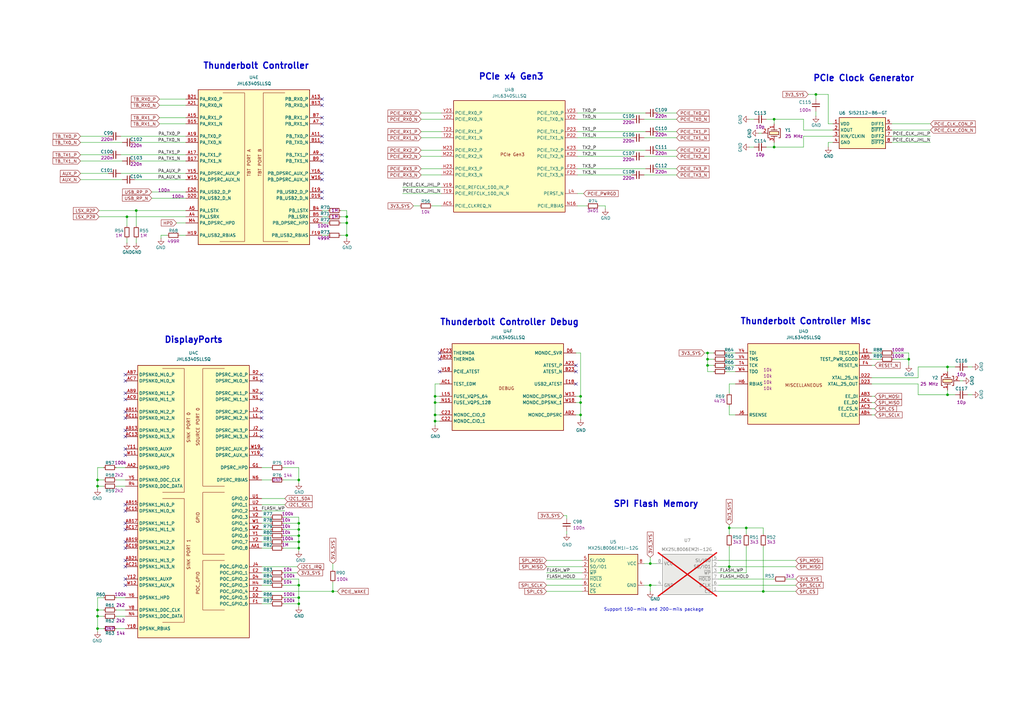
<source format=kicad_sch>
(kicad_sch (version 20230121) (generator eeschema)
  (paper "A3")
  (title_block (title "Thunderbolt PCIe Adaper") (date "2023-08-09") (rev "1.0.2") (comment 1 "www.antmicro.com") (comment 2 "Antmicro Ltd."))
  (junction (at 388.62 161.925))
  (junction (at 290.195 149.86))
  (junction (at 40.005 199.39))
  (junction (at 238.125 165.1))
  (junction (at 142.24 91.44))
  (junction (at 238.125 170.18))
  (junction (at 40.005 250.19))
  (junction (at 178.435 162.56))
  (junction (at 40.005 252.73))
  (junction (at 142.24 88.9))
  (junction (at 299.085 232.41))
  (junction (at 238.125 162.56))
  (junction (at 122.555 217.17))
  (junction (at 299.085 216.535))
  (junction (at 122.555 247.65))
  (junction (at 40.005 196.85))
  (junction (at 40.005 257.81))
  (junction (at 122.555 224.79))
  (junction (at 178.435 165.1))
  (junction (at 122.555 240.03))
  (junction (at 290.195 144.78))
  (junction (at 52.07 88.9))
  (junction (at 334.645 38.735))
  (junction (at 306.07 216.535))
  (junction (at 55.88 86.36))
  (junction (at 313.055 242.57))
  (junction (at 122.555 214.63))
  (junction (at 122.555 245.11))
  (junction (at 266.7 240.03))
  (junction (at 122.555 222.25))
  (junction (at 136.525 242.57))
  (junction (at 388.62 150.495))
  (junction (at 122.555 219.71))
  (junction (at 290.195 147.32))
  (junction (at 142.24 96.52))
  (junction (at 372.745 147.32))
  (junction (at 317.5 48.895))
  (junction (at 317.5 60.325))
  (junction (at 122.555 196.85))
  (junction (at 178.435 172.72))
  (junction (at 178.435 170.18))
  (junction (at 266.7 231.14))
  (no_connect (at 51.435 217.17))
  (no_connect (at 132.08 55.88))
  (no_connect (at 107.315 171.45))
  (no_connect (at 236.22 149.86))
  (no_connect (at 107.315 156.21))
  (no_connect (at 51.435 224.79))
  (no_connect (at 51.435 214.63))
  (no_connect (at 236.22 157.48))
  (no_connect (at 132.08 43.18))
  (no_connect (at 180.34 144.78))
  (no_connect (at 132.08 81.28))
  (no_connect (at 132.08 63.5))
  (no_connect (at 107.315 161.29))
  (no_connect (at 51.435 184.15))
  (no_connect (at 107.315 184.15))
  (no_connect (at 132.08 78.74))
  (no_connect (at 51.435 207.01))
  (no_connect (at 51.435 232.41))
  (no_connect (at 51.435 168.91))
  (no_connect (at 180.34 147.32))
  (no_connect (at 51.435 153.67))
  (no_connect (at 51.435 179.07))
  (no_connect (at 132.08 71.12))
  (no_connect (at 132.08 50.8))
  (no_connect (at 107.315 179.07))
  (no_connect (at 51.435 161.29))
  (no_connect (at 236.22 152.4))
  (no_connect (at 51.435 186.69))
  (no_connect (at 107.315 176.53))
  (no_connect (at 51.435 176.53))
  (no_connect (at 107.315 163.83))
  (no_connect (at 132.08 40.64))
  (no_connect (at 51.435 222.25))
  (no_connect (at 51.435 163.83))
  (no_connect (at 51.435 229.87))
  (no_connect (at 132.08 48.26))
  (no_connect (at 107.315 168.91))
  (no_connect (at 51.435 240.03))
  (no_connect (at 51.435 237.49))
  (no_connect (at 107.315 186.69))
  (no_connect (at 107.315 153.67))
  (no_connect (at 51.435 171.45))
  (no_connect (at 132.08 73.66))
  (no_connect (at 132.08 66.04))
  (no_connect (at 51.435 156.21))
  (no_connect (at 132.08 58.42))
  (no_connect (at 51.435 209.55))
  (no_connect (at 180.34 152.4))
  (wire (pts (xy 142.24 86.36) (xy 142.24 88.9)))
  (wire (pts (xy 264.16 64.135) (xy 277.495 64.135)))
  (wire (pts (xy 107.315 214.63) (xy 111.125 214.63)))
  (wire (pts (xy 264.16 71.755) (xy 277.495 71.755)))
  (wire (pts (xy 266.7 231.14) (xy 266.7 228.6)))
  (wire (pts (xy 236.855 69.215) (xy 264.795 69.215)))
  (wire (pts (xy 238.125 165.1) (xy 238.125 170.18)))
  (wire (pts (xy 107.315 247.65) (xy 111.125 247.65)))
  (wire (pts (xy 266.7 240.03) (xy 266.7 242.57)))
  (wire (pts (xy 264.16 48.895) (xy 277.495 48.895)))
  (wire (pts (xy 107.315 217.17) (xy 111.125 217.17)))
  (wire (pts (xy 142.24 96.52) (xy 142.24 97.79)))
  (wire (pts (xy 107.315 212.09) (xy 111.125 212.09)))
  (wire (pts (xy 288.925 144.78) (xy 290.195 144.78)))
  (wire (pts (xy 224.155 237.49) (xy 238.76 237.49)))
  (wire (pts (xy 55.245 66.04) (xy 76.2 66.04)))
  (wire (pts (xy 122.555 219.71) (xy 122.555 217.17)))
  (wire (pts (xy 116.205 247.65) (xy 122.555 247.65)))
  (wire (pts (xy 264.16 56.515) (xy 277.495 56.515)))
  (wire (pts (xy 224.155 234.95) (xy 238.76 234.95)))
  (wire (pts (xy 47.625 257.81) (xy 51.435 257.81)))
  (wire (pts (xy 358.775 165.1) (xy 357.505 165.1)))
  (wire (pts (xy 107.315 224.79) (xy 111.125 224.79)))
  (wire (pts (xy 178.435 162.56) (xy 180.34 162.56)))
  (wire (pts (xy 394.97 156.21) (xy 393.7 156.21)))
  (wire (pts (xy 107.315 219.71) (xy 111.125 219.71)))
  (wire (pts (xy 313.055 216.535) (xy 313.055 219.075)))
  (wire (pts (xy 172.72 48.895) (xy 180.975 48.895)))
  (wire (pts (xy 178.435 157.48) (xy 180.34 157.48)))
  (wire (pts (xy 299.085 216.535) (xy 299.085 215.265)))
  (wire (pts (xy 294.64 240.03) (xy 326.39 240.03)))
  (wire (pts (xy 122.555 226.06) (xy 122.555 224.79)))
  (wire (pts (xy 47.625 196.85) (xy 51.435 196.85)))
  (wire (pts (xy 269.875 61.595) (xy 277.495 61.595)))
  (wire (pts (xy 231.14 211.455) (xy 232.41 211.455)))
  (wire (pts (xy 269.875 53.975) (xy 277.495 53.975)))
  (wire (pts (xy 396.875 150.495) (xy 398.78 150.495)))
  (wire (pts (xy 313.055 242.57) (xy 326.39 242.57)))
  (wire (pts (xy 40.005 191.77) (xy 42.545 191.77)))
  (wire (pts (xy 306.07 224.155) (xy 306.07 234.95)))
  (wire (pts (xy 357.505 147.32) (xy 361.315 147.32)))
  (wire (pts (xy 307.34 48.895) (xy 309.245 48.895)))
  (wire (pts (xy 40.005 259.08) (xy 40.005 257.81)))
  (wire (pts (xy 357.505 149.86) (xy 358.775 149.86)))
  (wire (pts (xy 65.405 50.8) (xy 76.2 50.8)))
  (wire (pts (xy 122.555 198.12) (xy 122.555 196.85)))
  (wire (pts (xy 178.435 157.48) (xy 178.435 162.56)))
  (wire (pts (xy 122.555 224.79) (xy 122.555 222.25)))
  (wire (pts (xy 33.02 66.04) (xy 50.165 66.04)))
  (wire (pts (xy 49.53 71.12) (xy 76.2 71.12)))
  (wire (pts (xy 294.64 229.87) (xy 326.39 229.87)))
  (wire (pts (xy 297.815 149.86) (xy 301.625 149.86)))
  (wire (pts (xy 329.565 48.895) (xy 329.565 53.34)))
  (wire (pts (xy 177.165 84.455) (xy 180.975 84.455)))
  (wire (pts (xy 49.53 55.88) (xy 76.2 55.88)))
  (wire (pts (xy 40.64 86.36) (xy 55.88 86.36)))
  (wire (pts (xy 107.315 204.47) (xy 116.84 204.47)))
  (wire (pts (xy 180.975 76.835) (xy 165.1 76.835)))
  (wire (pts (xy 299.085 216.535) (xy 299.085 219.075)))
  (wire (pts (xy 52.07 88.9) (xy 52.07 92.71)))
  (wire (pts (xy 299.085 157.48) (xy 299.085 161.29)))
  (wire (pts (xy 172.72 69.215) (xy 180.975 69.215)))
  (wire (pts (xy 236.855 61.595) (xy 264.795 61.595)))
  (wire (pts (xy 47.625 245.11) (xy 51.435 245.11)))
  (wire (pts (xy 178.435 165.1) (xy 178.435 170.18)))
  (wire (pts (xy 107.315 240.03) (xy 111.125 240.03)))
  (wire (pts (xy 366.395 144.78) (xy 372.745 144.78)))
  (wire (pts (xy 266.7 240.03) (xy 269.24 240.03)))
  (wire (pts (xy 172.72 71.755) (xy 180.975 71.755)))
  (wire (pts (xy 132.08 88.9) (xy 134.62 88.9)))
  (wire (pts (xy 357.505 162.56) (xy 358.775 162.56)))
  (wire (pts (xy 224.155 240.03) (xy 238.76 240.03)))
  (wire (pts (xy 238.125 170.18) (xy 238.125 172.085)))
  (wire (pts (xy 132.08 91.44) (xy 134.62 91.44)))
  (wire (pts (xy 236.855 48.895) (xy 259.08 48.895)))
  (wire (pts (xy 107.315 209.55) (xy 116.84 209.55)))
  (wire (pts (xy 52.07 97.79) (xy 52.07 99.695)))
  (wire (pts (xy 236.22 144.78) (xy 238.125 144.78)))
  (wire (pts (xy 172.72 64.135) (xy 180.975 64.135)))
  (wire (pts (xy 116.205 222.25) (xy 122.555 222.25)))
  (wire (pts (xy 73.66 96.52) (xy 76.2 96.52)))
  (wire (pts (xy 116.205 234.95) (xy 121.92 234.95)))
  (wire (pts (xy 290.195 152.4) (xy 292.735 152.4)))
  (wire (pts (xy 65.405 43.18) (xy 76.2 43.18)))
  (wire (pts (xy 40.005 196.85) (xy 40.005 191.77)))
  (wire (pts (xy 47.625 252.73) (xy 51.435 252.73)))
  (wire (pts (xy 357.505 144.78) (xy 361.315 144.78)))
  (wire (pts (xy 334.645 38.735) (xy 334.645 40.64)))
  (wire (pts (xy 40.005 245.11) (xy 42.545 245.11)))
  (wire (pts (xy 40.005 199.39) (xy 40.005 196.85)))
  (wire (pts (xy 239.395 79.375) (xy 236.855 79.375)))
  (wire (pts (xy 47.625 199.39) (xy 51.435 199.39)))
  (wire (pts (xy 317.5 60.325) (xy 329.565 60.325)))
  (wire (pts (xy 49.53 63.5) (xy 76.2 63.5)))
  (wire (pts (xy 139.7 88.9) (xy 142.24 88.9)))
  (wire (pts (xy 116.205 240.03) (xy 122.555 240.03)))
  (wire (pts (xy 238.125 144.78) (xy 238.125 162.56)))
  (wire (pts (xy 236.855 56.515) (xy 259.08 56.515)))
  (wire (pts (xy 290.195 147.32) (xy 290.195 144.78)))
  (wire (pts (xy 122.555 240.03) (xy 122.555 245.11)))
  (wire (pts (xy 55.88 86.36) (xy 55.88 92.71)))
  (wire (pts (xy 33.02 63.5) (xy 44.45 63.5)))
  (wire (pts (xy 290.195 149.86) (xy 290.195 147.32)))
  (wire (pts (xy 180.975 79.375) (xy 165.1 79.375)))
  (wire (pts (xy 264.16 231.14) (xy 266.7 231.14)))
  (wire (pts (xy 172.72 56.515) (xy 180.975 56.515)))
  (wire (pts (xy 376.555 161.925) (xy 388.62 161.925)))
  (wire (pts (xy 116.205 196.85) (xy 122.555 196.85)))
  (wire (pts (xy 107.315 207.01) (xy 116.84 207.01)))
  (wire (pts (xy 376.555 157.48) (xy 376.555 161.925)))
  (wire (pts (xy 307.34 60.325) (xy 309.245 60.325)))
  (wire (pts (xy 339.725 38.735) (xy 339.725 50.8)))
  (wire (pts (xy 269.875 46.355) (xy 277.495 46.355)))
  (wire (pts (xy 329.565 55.88) (xy 341.63 55.88)))
  (wire (pts (xy 178.435 162.56) (xy 178.435 165.1)))
  (wire (pts (xy 62.23 78.74) (xy 76.2 78.74)))
  (wire (pts (xy 365.76 50.8) (xy 381.635 50.8)))
  (wire (pts (xy 306.07 216.535) (xy 306.07 219.075)))
  (wire (pts (xy 294.64 242.57) (xy 313.055 242.57)))
  (wire (pts (xy 40.005 257.81) (xy 42.545 257.81)))
  (wire (pts (xy 178.435 170.18) (xy 180.34 170.18)))
  (wire (pts (xy 116.205 214.63) (xy 122.555 214.63)))
  (wire (pts (xy 33.02 73.66) (xy 50.165 73.66)))
  (wire (pts (xy 290.195 152.4) (xy 290.195 149.86)))
  (wire (pts (xy 139.7 96.52) (xy 142.24 96.52)))
  (wire (pts (xy 33.02 58.42) (xy 50.165 58.42)))
  (wire (pts (xy 178.435 172.72) (xy 178.435 174.625)))
  (wire (pts (xy 299.085 224.155) (xy 299.085 232.41)))
  (wire (pts (xy 65.405 40.64) (xy 76.2 40.64)))
  (wire (pts (xy 142.24 88.9) (xy 142.24 91.44)))
  (wire (pts (xy 358.775 170.18) (xy 357.505 170.18)))
  (wire (pts (xy 116.205 224.79) (xy 122.555 224.79)))
  (wire (pts (xy 341.63 50.8) (xy 339.725 50.8)))
  (wire (pts (xy 224.155 242.57) (xy 238.76 242.57)))
  (wire (pts (xy 357.505 157.48) (xy 376.555 157.48)))
  (wire (pts (xy 232.41 211.455) (xy 232.41 212.725)))
  (wire (pts (xy 236.22 162.56) (xy 238.125 162.56)))
  (wire (pts (xy 236.22 170.18) (xy 238.125 170.18)))
  (wire (pts (xy 245.745 84.455) (xy 248.285 84.455)))
  (wire (pts (xy 122.555 237.49) (xy 122.555 240.03)))
  (wire (pts (xy 55.245 73.66) (xy 76.2 73.66)))
  (wire (pts (xy 172.72 61.595) (xy 180.975 61.595)))
  (wire (pts (xy 142.24 91.44) (xy 142.24 96.52)))
  (wire (pts (xy 365.76 55.88) (xy 381.635 55.88)))
  (wire (pts (xy 357.505 154.94) (xy 376.555 154.94)))
  (wire (pts (xy 236.855 64.135) (xy 259.08 64.135)))
  (wire (pts (xy 294.64 234.95) (xy 306.07 234.95)))
  (wire (pts (xy 33.02 55.88) (xy 44.45 55.88)))
  (wire (pts (xy 122.555 196.85) (xy 122.555 191.77)))
  (wire (pts (xy 40.005 196.85) (xy 42.545 196.85)))
  (wire (pts (xy 224.155 229.87) (xy 238.76 229.87)))
  (wire (pts (xy 232.41 217.805) (xy 232.41 219.075)))
  (wire (pts (xy 169.545 84.455) (xy 172.085 84.455)))
  (wire (pts (xy 331.47 38.735) (xy 334.645 38.735)))
  (wire (pts (xy 136.525 242.57) (xy 138.43 242.57)))
  (wire (pts (xy 376.555 154.94) (xy 376.555 150.495)))
  (wire (pts (xy 311.15 54.61) (xy 312.42 54.61)))
  (wire (pts (xy 116.205 245.11) (xy 122.555 245.11)))
  (wire (pts (xy 236.22 165.1) (xy 238.125 165.1)))
  (wire (pts (xy 314.325 48.895) (xy 317.5 48.895)))
  (wire (pts (xy 266.7 231.14) (xy 269.24 231.14)))
  (wire (pts (xy 178.435 172.72) (xy 180.34 172.72)))
  (wire (pts (xy 107.315 245.11) (xy 111.125 245.11)))
  (wire (pts (xy 172.72 46.355) (xy 180.975 46.355)))
  (wire (pts (xy 122.555 214.63) (xy 122.555 212.09)))
  (wire (pts (xy 329.565 60.325) (xy 329.565 55.88)))
  (wire (pts (xy 248.285 84.455) (xy 248.285 85.725)))
  (wire (pts (xy 107.315 191.77) (xy 111.125 191.77)))
  (wire (pts (xy 52.07 88.9) (xy 76.2 88.9)))
  (wire (pts (xy 294.64 237.49) (xy 317.5 237.49)))
  (wire (pts (xy 40.005 252.73) (xy 42.545 252.73)))
  (wire (pts (xy 388.62 160.02) (xy 388.62 161.925)))
  (wire (pts (xy 329.565 53.34) (xy 341.63 53.34)))
  (wire (pts (xy 388.62 150.495) (xy 391.795 150.495)))
  (wire (pts (xy 313.055 224.155) (xy 313.055 242.57)))
  (wire (pts (xy 139.7 91.44) (xy 142.24 91.44)))
  (wire (pts (xy 299.085 232.41) (xy 326.39 232.41)))
  (wire (pts (xy 299.085 170.18) (xy 301.625 170.18)))
  (wire (pts (xy 107.315 234.95) (xy 111.125 234.95)))
  (wire (pts (xy 314.325 60.325) (xy 317.5 60.325)))
  (wire (pts (xy 334.645 38.735) (xy 339.725 38.735)))
  (wire (pts (xy 264.16 240.03) (xy 266.7 240.03)))
  (wire (pts (xy 358.775 167.64) (xy 357.505 167.64)))
  (wire (pts (xy 47.625 250.19) (xy 51.435 250.19)))
  (wire (pts (xy 136.525 238.76) (xy 136.525 242.57)))
  (wire (pts (xy 107.315 232.41) (xy 121.92 232.41)))
  (wire (pts (xy 116.205 191.77) (xy 122.555 191.77)))
  (wire (pts (xy 55.88 97.79) (xy 55.88 99.695)))
  (wire (pts (xy 299.085 166.37) (xy 299.085 170.18)))
  (wire (pts (xy 317.5 58.42) (xy 317.5 60.325)))
  (wire (pts (xy 47.625 191.77) (xy 51.435 191.77)))
  (wire (pts (xy 388.62 161.925) (xy 391.795 161.925)))
  (wire (pts (xy 55.245 58.42) (xy 76.2 58.42)))
  (wire (pts (xy 107.315 196.85) (xy 111.125 196.85)))
  (wire (pts (xy 40.005 252.73) (xy 40.005 250.19)))
  (wire (pts (xy 107.315 242.57) (xy 136.525 242.57)))
  (wire (pts (xy 172.72 53.975) (xy 180.975 53.975)))
  (wire (pts (xy 290.195 149.86) (xy 292.735 149.86)))
  (wire (pts (xy 365.76 58.42) (xy 381.635 58.42)))
  (wire (pts (xy 322.58 237.49) (xy 326.39 237.49)))
  (wire (pts (xy 122.555 217.17) (xy 122.555 214.63)))
  (wire (pts (xy 33.02 71.12) (xy 44.45 71.12)))
  (wire (pts (xy 317.5 48.895) (xy 329.565 48.895)))
  (wire (pts (xy 66.04 96.52) (xy 68.58 96.52)))
  (wire (pts (xy 40.64 88.9) (xy 52.07 88.9)))
  (wire (pts (xy 236.855 46.355) (xy 264.795 46.355)))
  (wire (pts (xy 72.39 91.44) (xy 76.2 91.44)))
  (wire (pts (xy 317.5 50.8) (xy 317.5 48.895)))
  (wire (pts (xy 62.23 81.28) (xy 76.2 81.28)))
  (wire (pts (xy 178.435 165.1) (xy 180.34 165.1)))
  (wire (pts (xy 40.005 245.11) (xy 40.005 250.19)))
  (wire (pts (xy 290.195 147.32) (xy 292.735 147.32)))
  (wire (pts (xy 122.555 245.11) (xy 122.555 247.65)))
  (wire (pts (xy 306.07 216.535) (xy 313.055 216.535)))
  (wire (pts (xy 224.155 232.41) (xy 238.76 232.41)))
  (wire (pts (xy 132.08 96.52) (xy 134.62 96.52)))
  (wire (pts (xy 116.205 219.71) (xy 122.555 219.71)))
  (wire (pts (xy 238.125 162.56) (xy 238.125 165.1)))
  (wire (pts (xy 65.405 48.26) (xy 76.2 48.26)))
  (wire (pts (xy 116.205 212.09) (xy 122.555 212.09)))
  (wire (pts (xy 297.815 147.32) (xy 301.625 147.32)))
  (wire (pts (xy 66.04 97.79) (xy 66.04 96.52)))
  (wire (pts (xy 297.815 152.4) (xy 301.625 152.4)))
  (wire (pts (xy 372.745 147.32) (xy 372.745 149.86)))
  (wire (pts (xy 40.005 257.81) (xy 40.005 252.73)))
  (wire (pts (xy 376.555 150.495) (xy 388.62 150.495)))
  (wire (pts (xy 290.195 144.78) (xy 292.735 144.78)))
  (wire (pts (xy 40.005 199.39) (xy 42.545 199.39)))
  (wire (pts (xy 122.555 247.65) (xy 122.555 248.92)))
  (wire (pts (xy 299.085 216.535) (xy 306.07 216.535)))
  (wire (pts (xy 40.005 250.19) (xy 42.545 250.19)))
  (wire (pts (xy 396.875 161.925) (xy 398.78 161.925)))
  (wire (pts (xy 365.76 53.34) (xy 381.635 53.34)))
  (wire (pts (xy 55.88 86.36) (xy 76.2 86.36)))
  (wire (pts (xy 178.435 170.18) (xy 178.435 172.72)))
  (wire (pts (xy 388.62 152.4) (xy 388.62 150.495)))
  (wire (pts (xy 107.315 222.25) (xy 111.125 222.25)))
  (wire (pts (xy 236.855 71.755) (xy 259.08 71.755)))
  (wire (pts (xy 294.64 232.41) (xy 299.085 232.41)))
  (wire (pts (xy 341.63 58.42) (xy 339.725 58.42)))
  (wire (pts (xy 269.875 69.215) (xy 277.495 69.215)))
  (wire (pts (xy 132.08 86.36) (xy 134.62 86.36)))
  (wire (pts (xy 116.205 237.49) (xy 122.555 237.49)))
  (wire (pts (xy 236.855 84.455) (xy 240.665 84.455)))
  (wire (pts (xy 236.855 53.975) (xy 264.795 53.975)))
  (wire (pts (xy 122.555 222.25) (xy 122.555 219.71)))
  (wire (pts (xy 372.745 144.78) (xy 372.745 147.32)))
  (wire (pts (xy 139.7 86.36) (xy 142.24 86.36)))
  (wire (pts (xy 297.815 144.78) (xy 301.625 144.78)))
  (wire (pts (xy 339.725 58.42) (xy 339.725 60.325)))
  (wire (pts (xy 40.005 200.66) (xy 40.005 199.39)))
  (wire (pts (xy 299.085 157.48) (xy 301.625 157.48)))
  (wire (pts (xy 366.395 147.32) (xy 372.745 147.32)))
  (wire (pts (xy 116.205 217.17) (xy 122.555 217.17)))
  (wire (pts (xy 334.645 45.72) (xy 334.645 47.625)))
  (wire (pts (xy 107.315 237.49) (xy 111.125 237.49)))
  (wire (pts (xy 136.525 231.14) (xy 136.525 233.68)))
  (text "DisplayPorts" (at 67.31 140.97 0) (effects (font (size 2.54 2.54) (thickness 0.508) bold) (justify left bottom)))
  (text "Thunderbolt Controller Misc\n" (at 303.53 133.35 0) (effects (font (size 2.54 2.54) (thickness 0.508) bold) (justify left bottom)))
  (text "PCIe Clock Generator" (at 333.375 33.655 0) (effects (font (size 2.54 2.54) (thickness 0.508) bold) (justify left bottom)))
  (text "SPI Flash Memory" (at 251.46 208.28 0) (effects (font (size 2.54 2.54) (thickness 0.508) bold) (justify left bottom)))
  (text "Thunderbolt Controller \n" (at 83.185 28.575 0) (effects (font (size 2.54 2.54) (thickness 0.508) bold) (justify left bottom)))
  (text "Thunderbolt Controller Debug\n\n" (at 180.34 137.795 0) (effects (font (size 2.54 2.54) (thickness 0.508) bold) (justify left bottom)))
  (text "Support 150-mils and 200-mils package" (at 247.65 250.825 0) (effects (font (size 1.27 1.27)) (justify left bottom)))
  (text "PCIe x4 Gen3" (at 196.215 33.02 0) (effects (font (size 2.54 2.54) (thickness 0.508) bold) (justify left bottom)))
  (label "FLASH_HOLD" (at 224.155 237.49 0))
  (label "PCIE_CLK_JHL_P" (at 381.635 55.88 180))
  (label "TX2_P" (at 238.76 61.595 0))
  (label "PA_TX0_N" (at 64.77 58.42 0))
  (label "TX2_N" (at 238.76 64.135 0))
  (label "PA_TX1_N" (at 64.77 66.04 0))
  (label "FLASH_WP" (at 116.84 209.55 180))
  (label "PCIE_CLK_JHL_P" (at 165.1 76.835 0))
  (label "PA_AUX_P" (at 64.77 71.12 0))
  (label "TX3_P" (at 238.76 69.215 0))
  (label "TX1_N" (at 238.76 56.515 0))
  (label "FLASH_WP" (at 295.275 234.95 0))
  (label "PA_AUX_N" (at 64.77 73.66 0))
  (label "TX0_P" (at 238.76 46.355 0))
  (label "TX0_N" (at 238.76 48.895 0))
  (label "PCIE_CLK_JHL_N" (at 381.635 58.42 180))
  (label "FLASH_HOLD" (at 295.275 237.49 0))
  (label "PA_TX0_P" (at 64.8565 55.88 0))
  (label "FLASH_WP" (at 224.155 234.95 0))
  (label "TX1_P" (at 238.76 53.975 0))
  (label "PCIE_CLK_JHL_N" (at 165.1 79.375 0))
  (label "TX3_N" (at 238.76 71.755 0))
  (label "PA_TX1_P" (at 64.77 63.5 0))
  (global_label "PCIE_TX3_P" (shape input) (at 277.495 69.215 0) (property "Intersheetrefs" "${INTERSHEET_REFS}" (effects hide)))
  (global_label "3V3_SYS" (shape input) (at 288.925 144.78 180) (property "Intersheetrefs" "${INTERSHEET_REFS}" (effects hide)))
  (global_label "PCIE_TX2_N" (shape input) (at 277.495 64.135 0) (property "Intersheetrefs" "${INTERSHEET_REFS}" (effects hide)))
  (global_label "HPD" (shape input) (at 72.39 91.44 180) (property "Intersheetrefs" "${INTERSHEET_REFS}" (effects hide)))
  (global_label "SPI_SCLK" (shape input) (at 224.155 240.03 180) (property "Intersheetrefs" "${INTERSHEET_REFS}" (effects hide)))
  (global_label "SPI_SCLK" (shape input) (at 326.39 240.03 0) (property "Intersheetrefs" "${INTERSHEET_REFS}" (effects hide)))
  (global_label "3V3_SYS" (shape input) (at 231.14 211.455 180) (property "Intersheetrefs" "${INTERSHEET_REFS}" (effects hide)))
  (global_label "SPI_MISO" (shape input) (at 224.155 232.41 180) (property "Intersheetrefs" "${INTERSHEET_REFS}" (effects hide)))
  (global_label "AUX_N" (shape input) (at 33.02 73.66 180) (property "Intersheetrefs" "${INTERSHEET_REFS}" (effects hide)))
  (global_label "3V3_SYS" (shape input) (at 331.47 38.735 180) (property "Intersheetrefs" "${INTERSHEET_REFS}" (effects hide)))
  (global_label "I2C1_IRQ" (shape input) (at 121.92 232.41 0) (property "Intersheetrefs" "${INTERSHEET_REFS}" (effects hide)))
  (global_label "SPI_CS" (shape input) (at 358.775 167.64 0) (property "Intersheetrefs" "${INTERSHEET_REFS}" (effects hide)))
  (global_label "TB_RX0_P" (shape input) (at 65.405 40.64 180) (property "Intersheetrefs" "${INTERSHEET_REFS}" (effects hide)))
  (global_label "PCIE_TX0_N" (shape input) (at 277.495 48.895 0) (property "Intersheetrefs" "${INTERSHEET_REFS}" (effects hide)))
  (global_label "SPI_MOSI" (shape input) (at 358.775 162.56 0) (property "Intersheetrefs" "${INTERSHEET_REFS}" (effects hide)))
  (global_label "PCIE_RX3_N" (shape input) (at 172.72 71.755 180) (property "Intersheetrefs" "${INTERSHEET_REFS}" (effects hide)))
  (global_label "PCIE_RX2_N" (shape input) (at 172.72 64.135 180) (property "Intersheetrefs" "${INTERSHEET_REFS}" (effects hide)))
  (global_label "PCIE_PWRGD" (shape input) (at 239.395 79.375 0) (property "Intersheetrefs" "${INTERSHEET_REFS}" (effects hide)))
  (global_label "PCIE_RX0_N" (shape input) (at 172.72 48.895 180) (property "Intersheetrefs" "${INTERSHEET_REFS}" (effects hide)))
  (global_label "PCIE_RX2_P" (shape input) (at 172.72 61.595 180) (property "Intersheetrefs" "${INTERSHEET_REFS}" (effects hide)))
  (global_label "PCIE_RX0_P" (shape input) (at 172.72 46.355 180) (property "Intersheetrefs" "${INTERSHEET_REFS}" (effects hide)))
  (global_label "3V3_SYS" (shape input) (at 121.92 234.95 0) (property "Intersheetrefs" "${INTERSHEET_REFS}" (effects hide)))
  (global_label "USB_RP_P" (shape input) (at 62.23 78.74 180) (property "Intersheetrefs" "${INTERSHEET_REFS}" (effects hide)))
  (global_label "LSX_R2P" (shape input) (at 40.64 86.36 180) (property "Intersheetrefs" "${INTERSHEET_REFS}" (effects hide)))
  (global_label "3V3_SYS" (shape input) (at 136.525 231.14 90) (property "Intersheetrefs" "${INTERSHEET_REFS}" (effects hide)))
  (global_label "3V3_SYS" (shape input) (at 326.39 237.49 0) (property "Intersheetrefs" "${INTERSHEET_REFS}" (effects hide)))
  (global_label "TB_RX0_N" (shape input) (at 65.405 43.18 180) (property "Intersheetrefs" "${INTERSHEET_REFS}" (effects hide)))
  (global_label "TB_TX0_N" (shape input) (at 33.02 58.42 180) (property "Intersheetrefs" "${INTERSHEET_REFS}" (effects hide)))
  (global_label "I2C1_SCL" (shape input) (at 116.84 207.01 0) (property "Intersheetrefs" "${INTERSHEET_REFS}" (effects hide)))
  (global_label "3V3_SYS" (shape input) (at 169.545 84.455 180) (property "Intersheetrefs" "${INTERSHEET_REFS}" (effects hide)))
  (global_label "TB_RX1_P" (shape input) (at 65.405 48.26 180) (property "Intersheetrefs" "${INTERSHEET_REFS}" (effects hide)))
  (global_label "TB_TX1_N" (shape input) (at 33.02 66.04 180) (property "Intersheetrefs" "${INTERSHEET_REFS}" (effects hide)))
  (global_label "SPI_MISO" (shape input) (at 358.775 165.1 0) (property "Intersheetrefs" "${INTERSHEET_REFS}" (effects hide)))
  (global_label "PCIE_TX2_P" (shape input) (at 277.495 61.595 0) (property "Intersheetrefs" "${INTERSHEET_REFS}" (effects hide)))
  (global_label "SPI_CS" (shape input) (at 224.155 242.57 180) (property "Intersheetrefs" "${INTERSHEET_REFS}" (effects hide)))
  (global_label "AUX_P" (shape input) (at 33.02 71.12 180) (property "Intersheetrefs" "${INTERSHEET_REFS}" (effects hide)))
  (global_label "USB_RP_N" (shape input) (at 62.23 81.28 180) (property "Intersheetrefs" "${INTERSHEET_REFS}" (effects hide)))
  (global_label "PCIE_RX1_P" (shape input) (at 172.72 53.975 180) (property "Intersheetrefs" "${INTERSHEET_REFS}" (effects hide)))
  (global_label "PCIE_RX3_P" (shape input) (at 172.72 69.215 180) (property "Intersheetrefs" "${INTERSHEET_REFS}" (effects hide)))
  (global_label "LSX_P2R" (shape input) (at 40.64 88.9 180) (property "Intersheetrefs" "${INTERSHEET_REFS}" (effects hide)))
  (global_label "PCIE_TX3_N" (shape input) (at 277.495 71.755 0) (property "Intersheetrefs" "${INTERSHEET_REFS}" (effects hide)))
  (global_label "PCIE_TX1_N" (shape input) (at 277.495 56.515 0) (property "Intersheetrefs" "${INTERSHEET_REFS}" (effects hide)))
  (global_label "SPI_MOSI" (shape input) (at 224.155 229.87 180) (property "Intersheetrefs" "${INTERSHEET_REFS}" (effects hide)))
  (global_label "3V3_SYS" (shape input) (at 299.085 215.265 90) (property "Intersheetrefs" "${INTERSHEET_REFS}" (effects hide)))
  (global_label "PCIE_RX1_N" (shape input) (at 172.72 56.515 180) (property "Intersheetrefs" "${INTERSHEET_REFS}" (effects hide)))
  (global_label "PCIE_CLK_CON_N" (shape input) (at 381.635 53.34 0) (property "Intersheetrefs" "${INTERSHEET_REFS}" (effects hide)))
  (global_label "PCIE_TX1_P" (shape input) (at 277.495 53.975 0) (property "Intersheetrefs" "${INTERSHEET_REFS}" (effects hide)))
  (global_label "SPI_SCLK" (shape input) (at 358.775 170.18 0) (property "Intersheetrefs" "${INTERSHEET_REFS}" (effects hide)))
  (global_label "TB_TX0_P" (shape input) (at 33.02 55.88 180) (property "Intersheetrefs" "${INTERSHEET_REFS}" (effects hide)))
  (global_label "PCIE_CLK_CON_P" (shape input) (at 381.635 50.8 0) (property "Intersheetrefs" "${INTERSHEET_REFS}" (effects hide)))
  (global_label "PCIE_WAKE" (shape input) (at 138.43 242.57 0) (property "Intersheetrefs" "${INTERSHEET_REFS}" (effects hide)))
  (global_label "TB_RX1_N" (shape input) (at 65.405 50.8 180) (property "Intersheetrefs" "${INTERSHEET_REFS}" (effects hide)))
  (global_label "SPI_MOSI" (shape input) (at 326.39 229.87 0) (property "Intersheetrefs" "${INTERSHEET_REFS}" (effects hide)))
  (global_label "TB_TX1_P" (shape input) (at 33.02 63.5 180) (property "Intersheetrefs" "${INTERSHEET_REFS}" (effects hide)))
  (global_label "I2C1_SDA" (shape input) (at 116.84 204.47 0) (property "Intersheetrefs" "${INTERSHEET_REFS}" (effects hide)))
  (global_label "PCIE_TX0_P" (shape input) (at 277.495 46.355 0) (property "Intersheetrefs" "${INTERSHEET_REFS}" (effects hide)))
  (global_label "SPI_CS" (shape input) (at 326.39 242.57 0) (property "Intersheetrefs" "${INTERSHEET_REFS}" (effects hide)))
  (global_label "SPI_MISO" (shape input) (at 326.39 232.41 0) (property "Intersheetrefs" "${INTERSHEET_REFS}" (effects hide)))
  (global_label "RESET_N" (shape input) (at 358.775 149.86 0) (property "Intersheetrefs" "${INTERSHEET_REFS}" (effects hide)))
  (global_label "3V3_SYS" (shape input) (at 266.7 228.6 90) (property "Intersheetrefs" "${INTERSHEET_REFS}" (effects hide)))
  (symbol (lib_id "antmicropower:GND") (at 394.97 156.21 90) (unit 1)
    (property "Reference" "#PWR0149" (effects hide))
    (property "Value" "GND" (at 399.415 158.115 0) (effects (justify left bottom)))
    (property "Author" "Antmicro" (effects hide))
    (property "License" "Apache-2.0" (effects hide))
  )
  (symbol (lib_id "antmicroCapacitors0402:C_10p_0402") (at 309.245 48.895 0) (unit 1)
    (property "Reference" "C113" (at 311.785 46.355 0))
    (property "Value" "C_10p_0402" (effects hide))
    (property "Footprint" "antmicro-footprints:C_0402_1005Metric" (effects hide))
    (property "Datasheet" "https://www.murata.com/products/productdetail?partno=GCM1555C1H100GA16%23" (effects hide))
    (property "MPN" "GCM1555C1H100GA16D" (effects hide))
    (property "Manufacturer" "Murata" (effects hide))
    (property "License" "Apache-2.0" (effects hide))
    (property "Val" "10p" (at 309.88 52.705 0) (effects (justify left bottom)))
    (property "Voltage" "50V" (effects hide))
    (property "Dielectric" "C0G" (effects hide))
    (property "Author" "Antmicro" (effects hide))
  )
  (symbol (lib_id "antmicroCapacitors0402:C_100n_0402") (at 44.45 71.12 0) (unit 1)
    (property "Reference" "C101" (at 43.815 69.85 0))
    (property "Value" "C_100n_0402" (effects hide))
    (property "Footprint" "antmicro-footprints:C_0402_1005Metric" (effects hide))
    (property "Datasheet" "https://www.murata.com/products/productdetail?partno=GRM155R61H104KE14%23" (effects hide))
    (property "MPN" "GRM155R61H104KE14D" (effects hide))
    (property "Manufacturer" "Murata" (effects hide))
    (property "License" "Apache-2.0" (effects hide))
    (property "Val" "100n" (at 64.77 78.74 0) (effects (justify left bottom)))
    (property "Voltage" "50V" (effects hide))
    (property "Dielectric" "X5R" (effects hide))
    (property "Author" "Antmicro" (effects hide))
  )
  (symbol (lib_id "antmicroResistors0402:R_1M_0402") (at 52.07 97.79 90) (unit 1)
    (property "Reference" "R54" (at 48.895 94.615 90))
    (property "Value" "R_1M_0402" (effects hide))
    (property "Footprint" "antmicro-footprints:R_0402_1005Metric" (effects hide))
    (property "Datasheet" "https://www.bourns.com/docs/product-datasheets/cr.pdf" (effects hide))
    (property "MPN" "CR0402-FX-1004GLF" (effects hide))
    (property "Manufacturer" "Bourns" (effects hide))
    (property "License" "Apache-2.0" (effects hide))
    (property "Val" "1M" (at 50.165 95.885 90) (effects (justify left bottom)))
    (property "Tolerance" "1%" (effects hide))
    (property "Author" "Antmicro" (effects hide))
  )
  (symbol (lib_id "antmicropower:GND") (at 398.78 161.925 90) (unit 1)
    (property "Reference" "#PWR0151" (effects hide))
    (property "Value" "GND" (at 403.225 163.83 0) (effects (justify left bottom)))
    (property "Author" "Antmicro" (effects hide))
    (property "License" "Apache-2.0" (effects hide))
  )
  (symbol (lib_id "antmicroCapacitors0402:C_220n_0402") (at 259.08 56.515 0) (unit 1)
    (property "Reference" "C106" (at 257.81 55.245 0))
    (property "Value" "C_220n_0402" (effects hide))
    (property "Footprint" "antmicro-footprints:C_0402_1005Metric" (effects hide))
    (property "Datasheet" " " (effects hide))
    (property "MPN" "CC0402KRX5R6BB224" (effects hide))
    (property "Manufacturer" "Yaego" (effects hide))
    (property "License" "Apache-2.0" (effects hide))
    (property "Val" "220n" (at 257.81 57.785 0))
    (property "Author" "Antmicro" (effects hide))
  )
  (symbol (lib_id "antmicropower:GND") (at 122.555 248.92 0) (unit 1)
    (property "Reference" "#PWR0166" (effects hide))
    (property "Value" "GND" (at 120.65 253.365 0) (effects (justify left bottom)))
    (property "Author" "Antmicro" (effects hide))
    (property "License" "Apache-2.0" (effects hide))
  )
  (symbol (lib_id "antmicroResistors0402:R_3k01_0402") (at 240.665 84.455 0) (unit 1)
    (property "Reference" "R74" (at 243.205 82.55 0))
    (property "Value" "R_3k01_0402" (effects hide))
    (property "Footprint" "antmicro-footprints:R_0402_1005Metric" (effects hide))
    (property "Datasheet" "https://www.bourns.com/docs/product-datasheets/cr.pdf" (effects hide))
    (property "MPN" "CR0402-FX-3011GLF" (effects hide))
    (property "Manufacturer" "Bourns" (effects hide))
    (property "License" "Apache-2.0" (effects hide))
    (property "Val" "3k01" (at 243.205 86.36 0))
    (property "Tolerance" "1%" (effects hide))
    (property "Author" "Antmicro" (effects hide))
  )
  (symbol (lib_id "antmicroInterfaceControllers:JHL6340SLLSQ") (at 76.2 40.64 0) (unit 5)
    (property "Reference" "U4" (at 104.14 31.75 0))
    (property "Value" "JHL6340SLLSQ" (at 104.14 34.29 0))
    (property "Footprint" "antmicro-footprints:JHL6340SLLSQ" (effects hide))
    (property "Datasheet" "https://www.thunderbolttechnology.net/sites/default/files/18-241_ThunderboltController_Brief_HI.pdf" (effects hide))
    (property "Manufacturer" "Intel" (effects hide))
    (property "MPN" "JHL6340SLLSQ" (effects hide))
    (property "Author" "Antmicro" (effects hide))
    (property "License" "Apache-2.0" (effects hide))
  )
  (symbol (lib_id "antmicroResistors0402:R_100k_0402") (at 136.525 238.76 90) (unit 1)
    (property "Reference" "R90" (at 139.7 234.95 90))
    (property "Value" "R_100k_0402" (effects hide))
    (property "Footprint" "antmicro-footprints:R_0402_1005Metric" (effects hide))
    (property "Datasheet" "https://www.bourns.com/docs/product-datasheets/cr.pdf" (effects hide))
    (property "MPN" "CR0402-FX-1003GLF" (effects hide))
    (property "Manufacturer" "Bourns" (effects hide))
    (property "License" "Apache-2.0" (effects hide))
    (property "Val" "100k" (at 142.875 236.855 90) (effects (justify left bottom)))
    (property "Tolerance" "1%" (effects hide))
    (property "Author" "Antmicro" (effects hide))
  )
  (symbol (lib_id "antmicroCapacitors0402:C_220n_0402") (at 264.795 69.215 0) (unit 1)
    (property "Reference" "C112" (at 271.145 67.945 0))
    (property "Value" "C_220n_0402" (effects hide))
    (property "Footprint" "antmicro-footprints:C_0402_1005Metric" (effects hide))
    (property "Datasheet" " " (effects hide))
    (property "MPN" "CC0402KRX5R6BB224" (effects hide))
    (property "Manufacturer" "Yaego" (effects hide))
    (property "License" "Apache-2.0" (effects hide))
    (property "Val" "220n" (at 271.145 70.485 0))
    (property "Author" "Antmicro" (effects hide))
  )
  (symbol (lib_id "antmicroResistors0402:R_2k2_0402") (at 42.545 196.85 0) (unit 1)
    (property "Reference" "R58" (at 45.085 194.945 0))
    (property "Value" "R_2k2_0402" (effects hide))
    (property "Footprint" "antmicro-footprints:R_0402_1005Metric" (effects hide))
    (property "Datasheet" "https://www.bourns.com/docs/product-datasheets/cr.pdf" (effects hide))
    (property "MPN" "CR0402-FX-2201GLF" (effects hide))
    (property "Manufacturer" "Bourns" (effects hide))
    (property "License" "Apache-2.0" (effects hide))
    (property "Val" "2k2" (at 46.99 195.58 0) (effects (justify left bottom)))
    (property "Tolerance" "1%" (effects hide))
    (property "Author" "Antmicro" (effects hide))
  )
  (symbol (lib_id "antmicroResistors0402:R_2k2_0402") (at 42.545 252.73 0) (unit 1)
    (property "Reference" "R62" (at 45.085 254.635 0))
    (property "Value" "R_2k2_0402" (effects hide))
    (property "Footprint" "antmicro-footprints:R_0402_1005Metric" (effects hide))
    (property "Datasheet" "https://www.bourns.com/docs/product-datasheets/cr.pdf" (effects hide))
    (property "MPN" "CR0402-FX-2201GLF" (effects hide))
    (property "Manufacturer" "Bourns" (effects hide))
    (property "License" "Apache-2.0" (effects hide))
    (property "Val" "2k2" (at 47.625 255.27 0) (effects (justify left bottom)))
    (property "Tolerance" "1%" (effects hide))
    (property "Author" "Antmicro" (effects hide))
  )
  (symbol (lib_id "antmicropower:GND") (at 307.34 48.895 270) (unit 1)
    (property "Reference" "#PWR0137" (effects hide))
    (property "Value" "GND" (at 302.895 46.99 0) (effects (justify left bottom)))
    (property "Author" "Antmicro" (effects hide))
    (property "License" "Apache-2.0" (effects hide))
  )
  (symbol (lib_id "antmicroMemory:MX25L8006EM2I-12G") (at 294.64 229.87 0) (mirror y) (unit 1) (dnp yes)
    (property "Reference" "U7" (at 281.94 221.615 0))
    (property "Value" "MX25L8006EM2I-12G" (at 292.1 226.06 0) (effects (justify left bottom)))
    (property "Footprint" "antmicro-footprints:SOIC-8_5.3x5.3x2mm_P1.27mm" (effects hide))
    (property "Datasheet" "https://www.macronix.com/Lists/Datasheet/Attachments/8680/MX25L8006E,%203V,%208Mb,%20v1.6.pdf" (effects hide))
    (property "MPN" "MX25L8006EM2I-12G" (effects hide))
    (property "Manufacturer" "Macronix" (effects hide))
    (property "Author" "Antmicro" (effects hide))
    (property "License" "Apache-2.0" (effects hide))
  )
  (symbol (lib_id "antmicroCapacitors0402:C_220n_0402") (at 44.45 55.88 0) (unit 1)
    (property "Reference" "C99" (at 44.45 54.61 0))
    (property "Value" "C_220n_0402" (effects hide))
    (property "Footprint" "antmicro-footprints:C_0402_1005Metric" (effects hide))
    (property "Datasheet" " " (effects hide))
    (property "MPN" "CC0402KRX5R6BB224" (effects hide))
    (property "Manufacturer" "Yaego" (effects hide))
    (property "License" "Apache-2.0" (effects hide))
    (property "Val" "220n" (at 43.815 57.15 0))
    (property "Author" "Antmicro" (effects hide))
  )
  (symbol (lib_id "antmicroCapacitors0402:C_10p_0402") (at 309.245 60.325 0) (unit 1)
    (property "Reference" "C114" (at 311.785 57.785 0))
    (property "Value" "C_10p_0402" (effects hide))
    (property "Footprint" "antmicro-footprints:C_0402_1005Metric" (effects hide))
    (property "Datasheet" "https://www.murata.com/products/productdetail?partno=GCM1555C1H100GA16%23" (effects hide))
    (property "MPN" "GCM1555C1H100GA16D" (effects hide))
    (property "Manufacturer" "Murata" (effects hide))
    (property "License" "Apache-2.0" (effects hide))
    (property "Val" "10p" (at 309.88 64.135 0) (effects (justify left bottom)))
    (property "Voltage" "50V" (effects hide))
    (property "Dielectric" "C0G" (effects hide))
    (property "Author" "Antmicro" (effects hide))
  )
  (symbol (lib_id "antmicropower:GND") (at 266.7 242.57 0) (unit 1)
    (property "Reference" "#PWR0128" (effects hide))
    (property "Value" "GND" (at 266.7 246.38 0) (effects (justify left bottom)))
    (property "Author" "Antmicro" (effects hide))
    (property "License" "Apache-2.0" (effects hide))
  )
  (symbol (lib_id "antmicroCapacitors0402:C_220n_0402") (at 259.08 48.895 0) (unit 1)
    (property "Reference" "C105" (at 257.81 47.625 0))
    (property "Value" "C_220n_0402" (effects hide))
    (property "Footprint" "antmicro-footprints:C_0402_1005Metric" (effects hide))
    (property "Datasheet" " " (effects hide))
    (property "MPN" "CC0402KRX5R6BB224" (effects hide))
    (property "Manufacturer" "Yaego" (effects hide))
    (property "License" "Apache-2.0" (effects hide))
    (property "Val" "220n" (at 257.81 50.165 0))
    (property "Author" "Antmicro" (effects hide))
  )
  (symbol (lib_id "antmicroCapacitors0402:C_220n_0402") (at 50.165 58.42 0) (unit 1)
    (property "Reference" "C102" (at 55.88 57.15 0))
    (property "Value" "C_220n_0402" (effects hide))
    (property "Footprint" "antmicro-footprints:C_0402_1005Metric" (effects hide))
    (property "Datasheet" " " (effects hide))
    (property "MPN" "CC0402KRX5R6BB224" (effects hide))
    (property "Manufacturer" "Yaego" (effects hide))
    (property "License" "Apache-2.0" (effects hide))
    (property "Val" "220n" (at 55.88 59.69 0))
    (property "Author" "Antmicro" (effects hide))
  )
  (symbol (lib_id "antmicroResistors0402:R_3k3_0402") (at 299.085 224.155 90) (unit 1)
    (property "Reference" "R50" (at 300.355 220.345 90) (effects (justify right)))
    (property "Value" "R_3k3_0402" (effects hide))
    (property "Footprint" "antmicro-footprints:R_0402_1005Metric" (effects hide))
    (property "Datasheet" "https://www.bourns.com/docs/product-datasheets/cr.pdf" (effects hide))
    (property "MPN" "CR0402-FX-3301GLF" (effects hide))
    (property "Manufacturer" "Bourns" (effects hide))
    (property "License" "Apache-2.0" (effects hide))
    (property "Val" "3k3" (at 304.165 221.615 90) (effects (justify left bottom)))
    (property "Tolerance" "1%" (effects hide))
    (property "Author" "Antmicro" (effects hide))
  )
  (symbol (lib_id "antmicropower:GND") (at 122.555 198.12 0) (unit 1)
    (property "Reference" "#PWR0142" (effects hide))
    (property "Value" "GND" (at 120.65 202.565 0) (effects (justify left bottom)))
    (property "Author" "Antmicro" (effects hide))
    (property "License" "Apache-2.0" (effects hide))
  )
  (symbol (lib_id "antmicroResistors0402:R_100k_0402") (at 111.125 237.49 0) (unit 1)
    (property "Reference" "R84" (at 109.855 236.22 0))
    (property "Value" "R_100k_0402" (effects hide))
    (property "Footprint" "antmicro-footprints:R_0402_1005Metric" (effects hide))
    (property "Datasheet" "https://www.bourns.com/docs/product-datasheets/cr.pdf" (effects hide))
    (property "MPN" "CR0402-FX-1003GLF" (effects hide))
    (property "Manufacturer" "Bourns" (effects hide))
    (property "License" "Apache-2.0" (effects hide))
    (property "Val" "100k" (at 116.205 236.855 0) (effects (justify left bottom)))
    (property "Tolerance" "1%" (effects hide))
    (property "Author" "Antmicro" (effects hide))
  )
  (symbol (lib_id "antmicroMemory:MX25L8006EM1I-12G") (at 238.76 229.87 0) (unit 1)
    (property "Reference" "U5" (at 251.46 222.25 0))
    (property "Value" "MX25L8006EM1I-12G" (at 251.46 224.79 0))
    (property "Footprint" "antmicro-footprints:SOIC-8_3.9x4.9x1.75mm_P1.27mm" (effects hide))
    (property "Datasheet" "https://www.macronix.com/Lists/Datasheet/Attachments/8680/MX25L8006E,%203V,%208Mb,%20v1.6.pdf" (effects hide))
    (property "MPN" "MX25L8006EM1I-12G" (effects hide))
    (property "Manufacturer" "Macronix" (effects hide))
    (property "License" "Apache-2.0" (effects hide))
    (property "Author" "Antmicro" (effects hide))
  )
  (symbol (lib_id "antmicroCapacitors0402:C_10p_0402") (at 391.795 161.925 0) (unit 1)
    (property "Reference" "C117" (at 394.335 159.385 0))
    (property "Value" "C_10p_0402" (effects hide))
    (property "Footprint" "antmicro-footprints:C_0402_1005Metric" (effects hide))
    (property "Datasheet" "https://www.murata.com/products/productdetail?partno=GCM1555C1H100GA16%23" (effects hide))
    (property "MPN" "GCM1555C1H100GA16D" (effects hide))
    (property "Manufacturer" "Murata" (effects hide))
    (property "License" "Apache-2.0" (effects hide))
    (property "Val" "10p" (at 392.43 165.735 0) (effects (justify left bottom)))
    (property "Voltage" "50V" (effects hide))
    (property "Dielectric" "C0G" (effects hide))
    (property "Author" "Antmicro" (effects hide))
  )
  (symbol (lib_id "antmicropower:GND") (at 66.04 97.79 0) (mirror y) (unit 1)
    (property "Reference" "#PWR0134" (effects hide))
    (property "Value" "GND" (at 67.945 102.235 0) (effects (justify left bottom)))
    (property "Author" "Antmicro" (effects hide))
    (property "License" "Apache-2.0" (effects hide))
  )
  (symbol (lib_id "antmicropower:GND") (at 52.07 99.695 0) (unit 1)
    (property "Reference" "#PWR0130" (effects hide))
    (property "Value" "GND" (at 50.165 104.14 0) (effects (justify left bottom)))
    (property "Author" "Antmicro" (effects hide))
    (property "License" "Apache-2.0" (effects hide))
  )
  (symbol (lib_id "antmicroResistors0402:R_4k75_0.5%_0402") (at 299.085 166.37 90) (unit 1)
    (property "Reference" "R69" (at 293.37 162.56 90) (effects (justify right)))
    (property "Value" "R_4k75_0.5%_0402" (effects hide))
    (property "Footprint" "antmicro-footprints:R_0402_1005Metric" (effects hide))
    (property "Datasheet" "https://industrial.panasonic.com/cdbs/www-data/pdf/RDQ0000/ast-ind-151033.pdf" (effects hide))
    (property "MPN" "ERJ-H2RD4751X" (effects hide))
    (property "Manufacturer" "Panasonic" (effects hide))
    (property "License" "Apache-2.0" (effects hide))
    (property "Val" "4k75" (at 292.735 164.465 90) (effects (justify right)))
    (property "Tolerance" "0.5%" (effects hide))
    (property "Author" "Antmicro" (effects hide))
  )
  (symbol (lib_id "antmicroResistors0402:R_10k_0402") (at 111.125 217.17 0) (unit 1)
    (property "Reference" "R79" (at 109.855 215.9 0))
    (property "Value" "R_10k_0402" (effects hide))
    (property "Footprint" "antmicro-footprints:R_0402_1005Metric" (effects hide))
    (property "Datasheet" "https://www.bourns.com/docs/product-datasheets/cr.pdf" (effects hide))
    (property "MPN" "CR0402-FX-1002GLF" (effects hide))
    (property "Manufacturer" "Bourns" (effects hide))
    (property "License" "Apache-2.0" (effects hide))
    (property "Val" "10k" (at 115.57 216.535 0) (effects (justify left bottom)))
    (property "Tolerance" "1%" (effects hide))
    (property "Author" "Antmicro" (effects hide))
  )
  (symbol (lib_id "antmicroResistors0402:R_10k_0402") (at 292.735 147.32 0) (unit 1)
    (property "Reference" "R65" (at 299.085 146.05 0))
    (property "Value" "R_10k_0402" (effects hide))
    (property "Footprint" "antmicro-footprints:R_0402_1005Metric" (effects hide))
    (property "Datasheet" "https://www.bourns.com/docs/product-datasheets/cr.pdf" (effects hide))
    (property "MPN" "CR0402-FX-1002GLF" (effects hide))
    (property "Manufacturer" "Bourns" (effects hide))
    (property "License" "Apache-2.0" (effects hide))
    (property "Val" "10k" (at 313.055 154.94 0) (effects (justify left bottom)))
    (property "Tolerance" "1%" (effects hide))
    (property "Author" "Antmicro" (effects hide))
  )
  (symbol (lib_id "antmicroResistors0402:R_10k_0402") (at 111.125 214.63 0) (unit 1)
    (property "Reference" "R78" (at 109.855 213.36 0))
    (property "Value" "R_10k_0402" (effects hide))
    (property "Footprint" "antmicro-footprints:R_0402_1005Metric" (effects hide))
    (property "Datasheet" "https://www.bourns.com/docs/product-datasheets/cr.pdf" (effects hide))
    (property "MPN" "CR0402-FX-1002GLF" (effects hide))
    (property "Manufacturer" "Bourns" (effects hide))
    (property "License" "Apache-2.0" (effects hide))
    (property "Val" "10k" (at 115.57 213.995 0) (effects (justify left bottom)))
    (property "Tolerance" "1%" (effects hide))
    (property "Author" "Antmicro" (effects hide))
  )
  (symbol (lib_id "antmicroResistors0402:R_3k3_0402") (at 306.07 224.155 90) (unit 1)
    (property "Reference" "R51" (at 307.34 220.345 90) (effects (justify right)))
    (property "Value" "R_3k3_0402" (effects hide))
    (property "Footprint" "antmicro-footprints:R_0402_1005Metric" (effects hide))
    (property "Datasheet" "https://www.bourns.com/docs/product-datasheets/cr.pdf" (effects hide))
    (property "MPN" "CR0402-FX-3301GLF" (effects hide))
    (property "Manufacturer" "Bourns" (effects hide))
    (property "License" "Apache-2.0" (effects hide))
    (property "Val" "3k3" (at 311.15 221.615 90) (effects (justify left bottom)))
    (property "Tolerance" "1%" (effects hide))
    (property "Author" "Antmicro" (effects hide))
  )
  (symbol (lib_id "antmicropower:GND") (at 334.645 47.625 0) (unit 1)
    (property "Reference" "#PWR0147" (effects hide))
    (property "Value" "GND" (at 332.74 52.07 0) (effects (justify left bottom)))
    (property "Author" "Antmicro" (effects hide))
    (property "License" "Apache-2.0" (effects hide))
  )
  (symbol (lib_id "antmicropower:GND") (at 178.435 174.625 0) (unit 1)
    (property "Reference" "#PWR0135" (effects hide))
    (property "Value" "GND" (at 176.53 179.705 0) (effects (justify left bottom)))
    (property "Author" "Antmicro" (effects hide))
    (property "License" "Apache-2.0" (effects hide))
  )
  (symbol (lib_id "antmicropower:GND") (at 372.745 149.86 0) (unit 1)
    (property "Reference" "#PWR0144" (effects hide))
    (property "Value" "GND" (at 370.84 154.305 0) (effects (justify left bottom)))
    (property "Author" "Antmicro" (effects hide))
    (property "License" "Apache-2.0" (effects hide))
  )
  (symbol (lib_id "antmicropower:GND") (at 142.24 97.79 0) (unit 1)
    (property "Reference" "#PWR0139" (effects hide))
    (property "Value" "GND" (at 140.335 102.235 0) (effects (justify left bottom)))
    (property "Author" "Antmicro" (effects hide))
    (property "License" "Apache-2.0" (effects hide))
  )
  (symbol (lib_id "antmicroResistors0402:R_10k_0402") (at 111.125 219.71 0) (unit 1)
    (property "Reference" "R80" (at 109.855 218.44 0))
    (property "Value" "R_10k_0402" (effects hide))
    (property "Footprint" "antmicro-footprints:R_0402_1005Metric" (effects hide))
    (property "Datasheet" "https://www.bourns.com/docs/product-datasheets/cr.pdf" (effects hide))
    (property "MPN" "CR0402-FX-1002GLF" (effects hide))
    (property "Manufacturer" "Bourns" (effects hide))
    (property "License" "Apache-2.0" (effects hide))
    (property "Val" "10k" (at 115.57 219.075 0) (effects (justify left bottom)))
    (property "Tolerance" "1%" (effects hide))
    (property "Author" "Antmicro" (effects hide))
  )
  (symbol (lib_id "antmicroResistors0402:R_1M_0402") (at 55.88 97.79 90) (unit 1)
    (property "Reference" "R55" (at 59.055 94.615 90))
    (property "Value" "R_1M_0402" (effects hide))
    (property "Footprint" "antmicro-footprints:R_0402_1005Metric" (effects hide))
    (property "Datasheet" "https://www.bourns.com/docs/product-datasheets/cr.pdf" (effects hide))
    (property "MPN" "CR0402-FX-1004GLF" (effects hide))
    (property "Manufacturer" "Bourns" (effects hide))
    (property "License" "Apache-2.0" (effects hide))
    (property "Val" "1M" (at 60.325 95.885 90) (effects (justify left bottom)))
    (property "Tolerance" "1%" (effects hide))
    (property "Author" "Antmicro" (effects hide))
  )
  (symbol (lib_id "antmicroCapacitors0402:C_220n_0402") (at 50.165 66.04 0) (unit 1)
    (property "Reference" "C103" (at 55.88 64.77 0))
    (property "Value" "C_220n_0402" (effects hide))
    (property "Footprint" "antmicro-footprints:C_0402_1005Metric" (effects hide))
    (property "Datasheet" " " (effects hide))
    (property "MPN" "CC0402KRX5R6BB224" (effects hide))
    (property "Manufacturer" "Yaego" (effects hide))
    (property "License" "Apache-2.0" (effects hide))
    (property "Val" "220n" (at 55.88 67.31 0))
    (property "Author" "Antmicro" (effects hide))
  )
  (symbol (lib_id "antmicroResistors0402:R_1M_0402") (at 134.62 86.36 0) (unit 1)
    (property "Reference" "R70" (at 133.35 85.09 0))
    (property "Value" "R_1M_0402" (effects hide))
    (property "Footprint" "antmicro-footprints:R_0402_1005Metric" (effects hide))
    (property "Datasheet" "https://www.bourns.com/docs/product-datasheets/cr.pdf" (effects hide))
    (property "MPN" "CR0402-FX-1004GLF" (effects hide))
    (property "Manufacturer" "Bourns" (effects hide))
    (property "License" "Apache-2.0" (effects hide))
    (property "Val" "1M" (at 135.89 86.995 0) (effects (justify left bottom)))
    (property "Tolerance" "1%" (effects hide))
    (property "Author" "Antmicro" (effects hide))
  )
  (symbol (lib_id "antmicroResistors0402:R_100k_0402") (at 42.545 191.77 0) (unit 1)
    (property "Reference" "R57" (at 45.085 189.865 0))
    (property "Value" "R_100k_0402" (effects hide))
    (property "Footprint" "antmicro-footprints:R_0402_1005Metric" (effects hide))
    (property "Datasheet" "https://www.bourns.com/docs/product-datasheets/cr.pdf" (effects hide))
    (property "MPN" "CR0402-FX-1003GLF" (effects hide))
    (property "Manufacturer" "Bourns" (effects hide))
    (property "License" "Apache-2.0" (effects hide))
    (property "Val" "100k" (at 46.99 190.5 0) (effects (justify left bottom)))
    (property "Tolerance" "1%" (effects hide))
    (property "Author" "Antmicro" (effects hide))
  )
  (symbol (lib_id "antmicroCapacitors0402:C_220n_0402") (at 44.45 63.5 0) (unit 1)
    (property "Reference" "C100" (at 43.815 62.23 0))
    (property "Value" "C_220n_0402" (effects hide))
    (property "Footprint" "antmicro-footprints:C_0402_1005Metric" (effects hide))
    (property "Datasheet" " " (effects hide))
    (property "MPN" "CC0402KRX5R6BB224" (effects hide))
    (property "Manufacturer" "Yaego" (effects hide))
    (property "License" "Apache-2.0" (effects hide))
    (property "Val" "220n" (at 43.815 64.77 0))
    (property "Author" "Antmicro" (effects hide))
  )
  (symbol (lib_id "antmicroResistors0402:R_10k_0402") (at 292.735 152.4 0) (unit 1)
    (property "Reference" "R67" (at 299.085 151.13 0))
    (property "Value" "R_10k_0402" (effects hide))
    (property "Footprint" "antmicro-footprints:R_0402_1005Metric" (effects hide))
    (property "Datasheet" "https://www.bourns.com/docs/product-datasheets/cr.pdf" (effects hide))
    (property "MPN" "CR0402-FX-1002GLF" (effects hide))
    (property "Manufacturer" "Bourns" (effects hide))
    (property "License" "Apache-2.0" (effects hide))
    (property "Val" "10k" (at 313.055 160.02 0) (effects (justify left bottom)))
    (property "Tolerance" "1%" (effects hide))
    (property "Author" "Antmicro" (effects hide))
  )
  (symbol (lib_id "antmicroResistors0402:R_100k_0402") (at 111.125 222.25 0) (unit 1)
    (property "Reference" "R81" (at 109.855 220.98 0))
    (property "Value" "R_100k_0402" (effects hide))
    (property "Footprint" "antmicro-footprints:R_0402_1005Metric" (effects hide))
    (property "Datasheet" "https://www.bourns.com/docs/product-datasheets/cr.pdf" (effects hide))
    (property "MPN" "CR0402-FX-1003GLF" (effects hide))
    (property "Manufacturer" "Bourns" (effects hide))
    (property "License" "Apache-2.0" (effects hide))
    (property "Val" "100k" (at 115.57 221.615 0) (effects (justify left bottom)))
    (property "Tolerance" "1%" (effects hide))
    (property "Author" "Antmicro" (effects hide))
  )
  (symbol (lib_id "antmicropower:GND") (at 40.005 259.08 0) (mirror y) (unit 1)
    (property "Reference" "#PWR0133" (effects hide))
    (property "Value" "GND" (at 41.91 263.525 0) (effects (justify left bottom)))
    (property "Author" "Antmicro" (effects hide))
    (property "License" "Apache-2.0" (effects hide))
  )
  (symbol (lib_id "antmicropower:GND") (at 55.88 99.695 0) (unit 1)
    (property "Reference" "#PWR0131" (effects hide))
    (property "Value" "GND" (at 53.975 104.14 0) (effects (justify left bottom)))
    (property "Author" "Antmicro" (effects hide))
    (property "License" "Apache-2.0" (effects hide))
  )
  (symbol (lib_id "antmicroResistors0402:R_10k_0402") (at 111.125 240.03 0) (unit 1)
    (property "Reference" "R85" (at 109.855 238.76 0))
    (property "Value" "R_10k_0402" (effects hide))
    (property "Footprint" "antmicro-footprints:R_0402_1005Metric" (effects hide))
    (property "Datasheet" "https://www.bourns.com/docs/product-datasheets/cr.pdf" (effects hide))
    (property "MPN" "CR0402-FX-1002GLF" (effects hide))
    (property "Manufacturer" "Bourns" (effects hide))
    (property "License" "Apache-2.0" (effects hide))
    (property "Val" "10k" (at 116.205 239.395 0) (effects (justify left bottom)))
    (property "Tolerance" "1%" (effects hide))
    (property "Author" "Antmicro" (effects hide))
  )
  (symbol (lib_id "antmicroCapacitors0402:C_100n_0402") (at 232.41 217.805 90) (unit 1)
    (property "Reference" "C98" (at 234.95 213.9886 90) (effects (justify right)))
    (property "Value" "C_100n_0402" (effects hide))
    (property "Footprint" "antmicro-footprints:C_0402_1005Metric" (effects hide))
    (property "Datasheet" "https://www.murata.com/products/productdetail?partno=GRM155R61H104KE14%23" (effects hide))
    (property "MPN" "GRM155R61H104KE14D" (effects hide))
    (property "Manufacturer" "Murata" (effects hide))
    (property "License" "Apache-2.0" (effects hide))
    (property "Val" "100n" (at 234.95 216.5286 90) (effects (justify right)))
    (property "Voltage" "50V" (effects hide))
    (property "Dielectric" "X5R" (effects hide))
    (property "Author" "Antmicro" (effects hide))
  )
  (symbol (lib_id "antmicroResistors0402:R_1M_0402") (at 134.62 88.9 0) (unit 1)
    (property "Reference" "R71" (at 133.35 87.63 0))
    (property "Value" "R_1M_0402" (effects hide))
    (property "Footprint" "antmicro-footprints:R_0402_1005Metric" (effects hide))
    (property "Datasheet" "https://www.bourns.com/docs/product-datasheets/cr.pdf" (effects hide))
    (property "MPN" "CR0402-FX-1004GLF" (effects hide))
    (property "Manufacturer" "Bourns" (effects hide))
    (property "License" "Apache-2.0" (effects hide))
    (property "Val" "1M" (at 135.89 89.535 0) (effects (justify left bottom)))
    (property "Tolerance" "1%" (effects hide))
    (property "Author" "Antmicro" (effects hide))
  )
  (symbol (lib_id "antmicroClockTimingClockGeneratorsPLLsFrequencySynthesizers:SI52112-B6-GT") (at 341.63 50.8 0) (unit 1)
    (property "Reference" "U6" (at 345.44 46.355 0))
    (property "Value" "SI52112-B6-GT" (at 347.98 46.99 0) (effects (justify left bottom)))
    (property "Footprint" "antmicro-footprints:TSSOP-8_3x4.4mm_P0.65mm" (effects hide))
    (property "Datasheet" "https://www.skyworksinc.com/-/media/Skyworks/SL/documents/public/data-sheets/Si52112-B5-B6.pdf" (effects hide))
    (property "MPN" "SI52112-B6-GT" (effects hide))
    (property "Manufacturer" "Skyworks Solutions" (effects hide))
    (property "License" "Apache-2.0" (effects hide))
    (property "Author" "Antmicro" (effects hide))
  )
  (symbol (lib_id "antmicroResistors0402:R_10k_0402") (at 292.735 149.86 0) (unit 1)
    (property "Reference" "R66" (at 299.085 148.59 0))
    (property "Value" "R_10k_0402" (effects hide))
    (property "Footprint" "antmicro-footprints:R_0402_1005Metric" (effects hide))
    (property "Datasheet" "https://www.bourns.com/docs/product-datasheets/cr.pdf" (effects hide))
    (property "MPN" "CR0402-FX-1002GLF" (effects hide))
    (property "Manufacturer" "Bourns" (effects hide))
    (property "License" "Apache-2.0" (effects hide))
    (property "Val" "10k" (at 313.055 157.48 0) (effects (justify left bottom)))
    (property "Tolerance" "1%" (effects hide))
    (property "Author" "Antmicro" (effects hide))
  )
  (symbol (lib_id "antmicroResistors0402:R_100k_0402") (at 134.62 91.44 0) (unit 1)
    (property "Reference" "R72" (at 133.35 90.17 0))
    (property "Value" "R_100k_0402" (effects hide))
    (property "Footprint" "antmicro-footprints:R_0402_1005Metric" (effects hide))
    (property "Datasheet" "https://www.bourns.com/docs/product-datasheets/cr.pdf" (effects hide))
    (property "MPN" "CR0402-FX-1003GLF" (effects hide))
    (property "Manufacturer" "Bourns" (effects hide))
    (property "License" "Apache-2.0" (effects hide))
    (property "Val" "100k" (at 130.175 93.345 0) (effects (justify left bottom)))
    (property "Tolerance" "1%" (effects hide))
    (property "Author" "Antmicro" (effects hide))
  )
  (symbol (lib_id "antmicropower:GND") (at 248.285 85.725 0) (unit 1)
    (property "Reference" "#PWR0140" (effects hide))
    (property "Value" "GND" (at 246.38 90.17 0) (effects (justify left bottom)))
    (property "Author" "Antmicro" (effects hide))
    (property "License" "Apache-2.0" (effects hide))
  )
  (symbol (lib_id "antmicroResistors0402:R_10k_0402") (at 111.125 234.95 0) (unit 1)
    (property "Reference" "R83" (at 109.855 233.68 0))
    (property "Value" "R_10k_0402" (effects hide))
    (property "Footprint" "antmicro-footprints:R_0402_1005Metric" (effects hide))
    (property "Datasheet" "https://www.bourns.com/docs/product-datasheets/cr.pdf" (effects hide))
    (property "MPN" "CR0402-FX-1002GLF" (effects hide))
    (property "Manufacturer" "Bourns" (effects hide))
    (property "License" "Apache-2.0" (effects hide))
    (property "Val" "10k" (at 116.205 234.315 0) (effects (justify left bottom)))
    (property "Tolerance" "1%" (effects hide))
    (property "Author" "Antmicro" (effects hide))
  )
  (symbol (lib_id "antmicropower:GND") (at 238.125 172.085 0) (unit 1)
    (property "Reference" "#PWR0136" (effects hide))
    (property "Value" "GND" (at 236.22 177.165 0) (effects (justify left bottom)))
    (property "Author" "Antmicro" (effects hide))
    (property "License" "Apache-2.0" (effects hide))
  )
  (symbol (lib_id "antmicroInterfaceControllers:JHL6340SLLSQ") (at 51.435 153.67 0) (unit 3)
    (property "Reference" "U4" (at 79.375 144.78 0))
    (property "Value" "JHL6340SLLSQ" (at 79.375 147.32 0))
    (property "Footprint" "antmicro-footprints:JHL6340SLLSQ" (effects hide))
    (property "Datasheet" "https://www.thunderbolttechnology.net/sites/default/files/18-241_ThunderboltController_Brief_HI.pdf" (effects hide))
    (property "Manufacturer" "Intel" (effects hide))
    (property "MPN" "JHL6340SLLSQ" (effects hide))
    (property "Author" "Antmicro" (effects hide))
    (property "License" "Apache-2.0" (effects hide))
  )
  (symbol (lib_id "antmicroResistors0402:R_14k_0402") (at 111.125 196.85 0) (unit 1)
    (property "Reference" "R76" (at 113.665 194.945 0))
    (property "Value" "R_14k_0402" (effects hide))
    (property "Footprint" "antmicro-footprints:R_0402_1005Metric" (effects hide))
    (property "Datasheet" "https://www.bourns.com/docs/product-datasheets/cr.pdf" (effects hide))
    (property "MPN" "CR0402-FX-1402GLF" (effects hide))
    (property "Manufacturer" "Bourns" (effects hide))
    (property "License" "Apache-2.0" (effects hide))
    (property "Val" "14k" (at 118.11 194.945 0))
    (property "Tolerance" "1%" (effects hide))
    (property "DNP" "DNP" (at 113.665 196.85 0))
    (property "Author" "Antmicro" (effects hide))
  )
  (symbol (lib_id "antmicroCapacitors0402:C_10p_0402") (at 391.795 150.495 0) (unit 1)
    (property "Reference" "C116" (at 394.335 147.955 0))
    (property "Value" "C_10p_0402" (effects hide))
    (property "Footprint" "antmicro-footprints:C_0402_1005Metric" (effects hide))
    (property "Datasheet" "https://www.murata.com/products/productdetail?partno=GCM1555C1H100GA16%23" (effects hide))
    (property "MPN" "GCM1555C1H100GA16D" (effects hide))
    (property "Manufacturer" "Murata" (effects hide))
    (property "License" "Apache-2.0" (effects hide))
    (property "Val" "10p" (at 392.43 154.305 0) (effects (justify left bottom)))
    (property "Voltage" "50V" (effects hide))
    (property "Dielectric" "C0G" (effects hide))
    (property "Author" "Antmicro" (effects hide))
  )
  (symbol (lib_id "antmicroResistors0402:R_499R_0402") (at 68.58 96.52 0) (unit 1)
    (property "Reference" "R68" (at 71.12 94.615 0))
    (property "Value" "R_499R_0402" (effects hide))
    (property "Footprint" "antmicro-footprints:R_0402_1005Metric" (effects hide))
    (property "Datasheet" "https://www.mouser.com/datasheet/2/54/cr-1858361.pdf" (effects hide))
    (property "MPN" "CR0402-FX-4990GLF" (effects hide))
    (property "Manufacturer" "Vishay" (effects hide))
    (property "License" "Apache-2.0" (effects hide))
    (property "Val" "499R" (at 68.58 99.695 0) (effects (justify left bottom)))
    (property "Tolerance" "1%" (effects hide))
    (property "Author" "Antmicro" (effects hide))
  )
  (symbol (lib_id "antmicroCapacitors0402:C_220n_0402") (at 264.795 46.355 0) (unit 1)
    (property "Reference" "C109" (at 271.145 45.085 0))
    (property "Value" "C_220n_0402" (effects hide))
    (property "Footprint" "antmicro-footprints:C_0402_1005Metric" (effects hide))
    (property "Datasheet" " " (effects hide))
    (property "MPN" "CC0402KRX5R6BB224" (effects hide))
    (property "Manufacturer" "Yaego" (effects hide))
    (property "License" "Apache-2.0" (effects hide))
    (property "Val" "220n" (at 271.145 47.625 0))
    (property "Author" "Antmicro" (effects hide))
  )
  (symbol (lib_id "antmicroResistors0402:R_3k3_0402") (at 313.055 224.155 90) (unit 1)
    (property "Reference" "R52" (at 314.325 220.345 90) (effects (justify right)))
    (property "Value" "R_3k3_0402" (effects hide))
    (property "Footprint" "antmicro-footprints:R_0402_1005Metric" (effects hide))
    (property "Datasheet" "https://www.bourns.com/docs/product-datasheets/cr.pdf" (effects hide))
    (property "MPN" "CR0402-FX-3301GLF" (effects hide))
    (property "Manufacturer" "Bourns" (effects hide))
    (property "License" "Apache-2.0" (effects hide))
    (property "Val" "3k3" (at 318.135 221.615 90) (effects (justify left bottom)))
    (property "Tolerance" "1%" (effects hide))
    (property "Author" "Antmicro" (effects hide))
  )
  (symbol (lib_id "antmicroResistors0402:R_100k_0402") (at 111.125 247.65 0) (unit 1)
    (property "Reference" "R87" (at 109.855 246.38 0))
    (property "Value" "R_100k_0402" (effects hide))
    (property "Footprint" "antmicro-footprints:R_0402_1005Metric" (effects hide))
    (property "Datasheet" "https://www.bourns.com/docs/product-datasheets/cr.pdf" (effects hide))
    (property "MPN" "CR0402-FX-1003GLF" (effects hide))
    (property "Manufacturer" "Bourns" (effects hide))
    (property "License" "Apache-2.0" (effects hide))
    (property "Val" "100k" (at 116.205 247.015 0) (effects (justify left bottom)))
    (property "Tolerance" "1%" (effects hide))
    (property "Author" "Antmicro" (effects hide))
  )
  (symbol (lib_id "antmicroResistors0402:R_3k3_0402") (at 322.58 237.49 180) (unit 1)
    (property "Reference" "R53" (at 313.69 236.22 0) (effects (justify right)))
    (property "Value" "R_3k3_0402" (effects hide))
    (property "Footprint" "antmicro-footprints:R_0402_1005Metric" (effects hide))
    (property "Datasheet" "https://www.bourns.com/docs/product-datasheets/cr.pdf" (effects hide))
    (property "MPN" "CR0402-FX-3301GLF" (effects hide))
    (property "Manufacturer" "Bourns" (effects hide))
    (property "License" "Apache-2.0" (effects hide))
    (property "Val" "3k3" (at 325.755 235.585 0) (effects (justify left bottom)))
    (property "Tolerance" "1%" (effects hide))
    (property "Author" "Antmicro" (effects hide))
  )
  (symbol (lib_id "antmicroInterfaceControllers:JHL6340SLLSQ") (at 180.34 144.78 0) (unit 6)
    (property "Reference" "U4" (at 208.28 135.89 0))
    (property "Value" "JHL6340SLLSQ" (at 208.28 138.43 0))
    (property "Footprint" "antmicro-footprints:JHL6340SLLSQ" (effects hide))
    (property "Datasheet" "https://www.thunderbolttechnology.net/sites/default/files/18-241_ThunderboltController_Brief_HI.pdf" (effects hide))
    (property "Manufacturer" "Intel" (effects hide))
    (property "MPN" "JHL6340SLLSQ" (effects hide))
    (property "Author" "Antmicro" (effects hide))
    (property "License" "Apache-2.0" (effects hide))
  )
  (symbol (lib_id "antmicroResistors0402:R_14k_0402") (at 42.545 257.81 0) (unit 1)
    (property "Reference" "R63" (at 45.085 259.715 0))
    (property "Value" "R_14k_0402" (effects hide))
    (property "Footprint" "antmicro-footprints:R_0402_1005Metric" (effects hide))
    (property "Datasheet" "https://www.bourns.com/docs/product-datasheets/cr.pdf" (effects hide))
    (property "MPN" "CR0402-FX-1402GLF" (effects hide))
    (property "Manufacturer" "Bourns" (effects hide))
    (property "License" "Apache-2.0" (effects hide))
    (property "Val" "14k" (at 49.53 259.715 0))
    (property "Tolerance" "1%" (effects hide))
    (property "DNP" "DNP" (at 45.085 257.81 0))
    (property "Author" "Antmicro" (effects hide))
  )
  (symbol (lib_id "antmicroInterfaceControllers:JHL6340SLLSQ") (at 180.975 46.355 0) (unit 2)
    (property "Reference" "U4" (at 208.915 36.83 0))
    (property "Value" "JHL6340SLLSQ" (at 208.915 39.37 0))
    (property "Footprint" "antmicro-footprints:JHL6340SLLSQ" (effects hide))
    (property "Datasheet" "https://www.thunderbolttechnology.net/sites/default/files/18-241_ThunderboltController_Brief_HI.pdf" (effects hide))
    (property "Manufacturer" "Intel" (effects hide))
    (property "MPN" "JHL6340SLLSQ" (effects hide))
    (property "Author" "Antmicro" (effects hide))
    (property "License" "Apache-2.0" (effects hide))
  )
  (symbol (lib_id "antmicroResistors0402:R_10k_0402") (at 292.735 144.78 0) (unit 1)
    (property "Reference" "R64" (at 299.085 143.51 0))
    (property "Value" "R_10k_0402" (effects hide))
    (property "Footprint" "antmicro-footprints:R_0402_1005Metric" (effects hide))
    (property "Datasheet" "https://www.bourns.com/docs/product-datasheets/cr.pdf" (effects hide))
    (property "MPN" "CR0402-FX-1002GLF" (effects hide))
    (property "Manufacturer" "Bourns" (effects hide))
    (property "License" "Apache-2.0" (effects hide))
    (property "Val" "10k" (at 313.055 152.4 0) (effects (justify left bottom)))
    (property "Tolerance" "1%" (effects hide))
    (property "Author" "Antmicro" (effects hide))
  )
  (symbol (lib_id "antmicroResistors0402:R_1M_0402") (at 111.125 224.79 0) (unit 1)
    (property "Reference" "R82" (at 109.855 223.52 0))
    (property "Value" "R_1M_0402" (effects hide))
    (property "Footprint" "antmicro-footprints:R_0402_1005Metric" (effects hide))
    (property "Datasheet" "https://www.bourns.com/docs/product-datasheets/cr.pdf" (effects hide))
    (property "MPN" "CR0402-FX-1004GLF" (effects hide))
    (property "Manufacturer" "Bourns" (effects hide))
    (property "License" "Apache-2.0" (effects hide))
    (property "Val" "1M" (at 115.57 224.155 0) (effects (justify left bottom)))
    (property "Tolerance" "1%" (effects hide))
    (property "Author" "Antmicro" (effects hide))
  )
  (symbol (lib_id "antmicropower:GND") (at 122.555 226.06 0) (unit 1)
    (property "Reference" "#PWR0143" (effects hide))
    (property "Value" "GND" (at 121.285 230.505 0) (effects (justify left bottom)))
    (property "Author" "Antmicro" (effects hide))
    (property "License" "Apache-2.0" (effects hide))
  )
  (symbol (lib_id "antmicroCapacitors0402:C_220n_0402") (at 259.08 71.755 0) (unit 1)
    (property "Reference" "C108" (at 257.81 70.485 0))
    (property "Value" "C_220n_0402" (effects hide))
    (property "Footprint" "antmicro-footprints:C_0402_1005Metric" (effects hide))
    (property "Datasheet" " " (effects hide))
    (property "MPN" "CC0402KRX5R6BB224" (effects hide))
    (property "Manufacturer" "Yaego" (effects hide))
    (property "License" "Apache-2.0" (effects hide))
    (property "Val" "220n" (at 257.81 73.025 0))
    (property "Author" "Antmicro" (effects hide))
  )
  (symbol (lib_id "antmicroCapacitors0402:C_220n_0402") (at 259.08 64.135 0) (unit 1)
    (property "Reference" "C107" (at 257.81 62.865 0))
    (property "Value" "C_220n_0402" (effects hide))
    (property "Footprint" "antmicro-footprints:C_0402_1005Metric" (effects hide))
    (property "Datasheet" " " (effects hide))
    (property "MPN" "CC0402KRX5R6BB224" (effects hide))
    (property "Manufacturer" "Yaego" (effects hide))
    (property "License" "Apache-2.0" (effects hide))
    (property "Val" "220n" (at 257.81 65.405 0))
    (property "Author" "Antmicro" (effects hide))
  )
  (symbol (lib_id "antmicroCapacitors0402:C_220n_0402") (at 264.795 61.595 0) (unit 1)
    (property "Reference" "C111" (at 271.145 60.325 0))
    (property "Value" "C_220n_0402" (effects hide))
    (property "Footprint" "antmicro-footprints:C_0402_1005Metric" (effects hide))
    (property "Datasheet" " " (effects hide))
    (property "MPN" "CC0402KRX5R6BB224" (effects hide))
    (property "Manufacturer" "Yaego" (effects hide))
    (property "License" "Apache-2.0" (effects hide))
    (property "Val" "220n" (at 271.145 62.865 0))
    (property "Author" "Antmicro" (effects hide))
  )
  (symbol (lib_id "antmicropower:GND") (at 311.15 54.61 270) (unit 1)
    (property "Reference" "#PWR0141" (effects hide))
    (property "Value" "GND" (at 306.705 52.705 0) (effects (justify left bottom)))
    (property "Author" "Antmicro" (effects hide))
    (property "License" "Apache-2.0" (effects hide))
  )
  (symbol (lib_id "antmicropower:GND") (at 339.725 60.325 0) (unit 1)
    (property "Reference" "#PWR0148" (effects hide))
    (property "Value" "GND" (at 337.82 64.77 0) (effects (justify left bottom)))
    (property "Author" "Antmicro" (effects hide))
    (property "License" "Apache-2.0" (effects hide))
  )
  (symbol (lib_id "antmicroResistors0402:R_100k_0402") (at 111.125 212.09 0) (unit 1)
    (property "Reference" "R77" (at 109.855 210.82 0))
    (property "Value" "R_100k_0402" (effects hide))
    (property "Footprint" "antmicro-footprints:R_0402_1005Metric" (effects hide))
    (property "Datasheet" "https://www.bourns.com/docs/product-datasheets/cr.pdf" (effects hide))
    (property "MPN" "CR0402-FX-1003GLF" (effects hide))
    (property "Manufacturer" "Bourns" (effects hide))
    (property "License" "Apache-2.0" (effects hide))
    (property "Val" "100k" (at 115.57 211.455 0) (effects (justify left bottom)))
    (property "Tolerance" "1%" (effects hide))
    (property "Author" "Antmicro" (effects hide))
  )
  (symbol (lib_id "antmicropower:GND") (at 232.41 219.075 0) (unit 1)
    (property "Reference" "#PWR0129" (effects hide))
    (property "Value" "GND" (at 230.505 224.155 0) (effects (justify left bottom)))
    (property "Author" "Antmicro" (effects hide))
    (property "License" "Apache-2.0" (effects hide))
  )
  (symbol (lib_id "antmicroInterfaceControllers:JHL6340SLLSQ") (at 301.625 144.78 0) (unit 4)
    (property "Reference" "U4" (at 329.565 135.89 0))
    (property "Value" "JHL6340SLLSQ" (at 329.565 138.43 0))
    (property "Footprint" "antmicro-footprints:JHL6340SLLSQ" (effects hide))
    (property "Datasheet" "https://www.thunderbolttechnology.net/sites/default/files/18-241_ThunderboltController_Brief_HI.pdf" (effects hide))
    (property "Manufacturer" "Intel" (effects hide))
    (property "MPN" "JHL6340SLLSQ" (effects hide))
    (property "Author" "Antmicro" (effects hide))
    (property "License" "Apache-2.0" (effects hide))
  )
  (symbol (lib_id "antmicroResistors0402:R_100k_0402") (at 111.125 191.77 0) (unit 1)
    (property "Reference" "R75" (at 113.665 189.865 0))
    (property "Value" "R_100k_0402" (effects hide))
    (property "Footprint" "antmicro-footprints:R_0402_1005Metric" (effects hide))
    (property "Datasheet" "https://www.bourns.com/docs/product-datasheets/cr.pdf" (effects hide))
    (property "MPN" "CR0402-FX-1003GLF" (effects hide))
    (property "Manufacturer" "Bourns" (effects hide))
    (property "License" "Apache-2.0" (effects hide))
    (property "Val" "100k" (at 116.205 190.5 0) (effects (justify left bottom)))
    (property "Tolerance" "1%" (effects hide))
    (property "Author" "Antmicro" (effects hide))
  )
  (symbol (lib_id "antmicroResistors0402:R_10k_0402") (at 172.085 84.455 0) (unit 1)
    (property "Reference" "R56" (at 174.625 82.55 0))
    (property "Value" "R_10k_0402" (effects hide))
    (property "Footprint" "antmicro-footprints:R_0402_1005Metric" (effects hide))
    (property "Datasheet" "https://www.bourns.com/docs/product-datasheets/cr.pdf" (effects hide))
    (property "MPN" "CR0402-FX-1002GLF" (effects hide))
    (property "Manufacturer" "Bourns" (effects hide))
    (property "License" "Apache-2.0" (effects hide))
    (property "Val" "10k" (at 172.72 87.63 0) (effects (justify left bottom)))
    (property "Tolerance" "1%" (effects hide))
    (property "Author" "Antmicro" (effects hide))
  )
  (symbol (lib_id "antmicroResistors0402:R_100k_0402") (at 42.545 245.11 0) (unit 1)
    (property "Reference" "R60" (at 41.275 243.84 0))
    (property "Value" "R_100k_0402" (effects hide))
    (property "Footprint" "antmicro-footprints:R_0402_1005Metric" (effects hide))
    (property "Datasheet" "https://www.bourns.com/docs/product-datasheets/cr.pdf" (effects hide))
    (property "MPN" "CR0402-FX-1003GLF" (effects hide))
    (property "Manufacturer" "Bourns" (effects hide))
    (property "License" "Apache-2.0" (effects hide))
    (property "Val" "100k" (at 46.99 244.475 0) (effects (justify left bottom)))
    (property "Tolerance" "1%" (effects hide))
    (property "Author" "Antmicro" (effects hide))
  )
  (symbol (lib_id "antmicroResonators:Resonator_25MHz_ABM8G") (at 317.5 50.8 270) (unit 1)
    (property "Reference" "Y1" (at 321.945 53.34 90) (effects (justify left)))
    (property "Value" "Resonator_25MHz_ABM8G" (effects hide))
    (property "Footprint" "antmicro-footprints:Resonator_SMD_Abracon_ABM8G_3.2x2.5mm" (effects hide))
    (property "Datasheet" "https://abracon.com/Resonators/ABM8G.pdf" (effects hide))
    (property "MPN" "ABM8G-25.000MHZ-18-D2Y-T3" (effects hide))
    (property "Manufacturer" "Abracon" (effects hide))
    (property "Author" "Antmicro" (effects hide))
    (property "License" "Apache-2.0" (effects hide))
    (property "Val" "25 MHz" (at 321.945 55.88 90) (effects (justify left)))
  )
  (symbol (lib_id "antmicroCapacitors0402:C_100n_0402") (at 334.645 45.72 90) (unit 1)
    (property "Reference" "C115" (at 327.66 41.91 90) (effects (justify right)))
    (property "Value" "C_100n_0402" (effects hide))
    (property "Footprint" "antmicro-footprints:C_0402_1005Metric" (effects hide))
    (property "Datasheet" "https://www.murata.com/products/productdetail?partno=GRM155R61H104KE14%23" (effects hide))
    (property "MPN" "GRM155R61H104KE14D" (effects hide))
    (property "Manufacturer" "Murata" (effects hide))
    (property "License" "Apache-2.0" (effects hide))
    (property "Val" "100n" (at 332.74 44.45 90) (effects (justify left bottom)))
    (property "Voltage" "50V" (effects hide))
    (property "Dielectric" "X5R" (effects hide))
    (property "Author" "Antmicro" (effects hide))
  )
  (symbol (lib_id "antmicroResistors0402:R_100k_0402") (at 111.125 245.11 0) (unit 1)
    (property "Reference" "R86" (at 109.855 243.84 0))
    (property "Value" "R_100k_0402" (effects hide))
    (property "Footprint" "antmicro-footprints:R_0402_1005Metric" (effects hide))
    (property "Datasheet" "https://www.bourns.com/docs/product-datasheets/cr.pdf" (effects hide))
    (property "MPN" "CR0402-FX-1003GLF" (effects hide))
    (property "Manufacturer" "Bourns" (effects hide))
    (property "License" "Apache-2.0" (effects hide))
    (property "Val" "100k" (at 116.205 244.475 0) (effects (justify left bottom)))
    (property "Tolerance" "1%" (effects hide))
    (property "Author" "Antmicro" (effects hide))
  )
  (symbol (lib_id "antmicroResistors0402:R_100R_0402") (at 361.315 147.32 0) (unit 1)
    (property "Reference" "R89" (at 360.045 146.05 0))
    (property "Value" "R_100R_0402" (effects hide))
    (property "Footprint" "antmicro-footprints:R_0402_1005Metric" (effects hide))
    (property "Datasheet" "https://www.bourns.com/docs/product-datasheets/cr.pdf" (effects hide))
    (property "MPN" "CR0402-FX-1000GLF" (effects hide))
    (property "Manufacturer" "Bourns" (effects hide))
    (property "License" "Apache-2.0" (effects hide))
    (property "Val" "100R" (at 368.3 146.05 0))
    (property "Tolerance" "1%" (effects hide))
    (property "Author" "Antmicro" (effects hide))
  )
  (symbol (lib_id "antmicropower:GND") (at 307.34 60.325 270) (unit 1)
    (property "Reference" "#PWR0138" (effects hide))
    (property "Value" "GND" (at 302.895 58.42 0) (effects (justify left bottom)))
    (property "Author" "Antmicro" (effects hide))
    (property "License" "Apache-2.0" (effects hide))
  )
  (symbol (lib_id "antmicroCapacitors0402:C_220n_0402") (at 264.795 53.975 0) (unit 1)
    (property "Reference" "C110" (at 271.145 52.705 0))
    (property "Value" "C_220n_0402" (effects hide))
    (property "Footprint" "antmicro-footprints:C_0402_1005Metric" (effects hide))
    (property "Datasheet" " " (effects hide))
    (property "MPN" "CC0402KRX5R6BB224" (effects hide))
    (property "Manufacturer" "Yaego" (effects hide))
    (property "License" "Apache-2.0" (effects hide))
    (property "Val" "220n" (at 271.145 55.245 0))
    (property "Author" "Antmicro" (effects hide))
  )
  (symbol (lib_id "antmicropower:GND") (at 398.78 150.495 90) (unit 1)
    (property "Reference" "#PWR0150" (effects hide))
    (property "Value" "GND" (at 403.225 152.4 0) (effects (justify left bottom)))
    (property "Author" "Antmicro" (effects hide))
    (property "License" "Apache-2.0" (effects hide))
  )
  (symbol (lib_id "antmicroResistors0402:R_100R_0402") (at 361.315 144.78 0) (unit 1)
    (property "Reference" "R88" (at 360.045 143.51 0))
    (property "Value" "R_100R_0402" (effects hide))
    (property "Footprint" "antmicro-footprints:R_0402_1005Metric" (effects hide))
    (property "Datasheet" "https://www.bourns.com/docs/product-datasheets/cr.pdf" (effects hide))
    (property "MPN" "CR0402-FX-1000GLF" (effects hide))
    (property "Manufacturer" "Bourns" (effects hide))
    (property "License" "Apache-2.0" (effects hide))
    (property "Val" "100R" (at 368.3 143.51 0))
    (property "Tolerance" "1%" (effects hide))
    (property "Author" "Antmicro" (effects hide))
  )
  (symbol (lib_id "antmicroResonators:Resonator_25MHz_ABM8G") (at 388.62 160.02 90) (unit 1)
    (property "Reference" "Y2" (at 384.81 154.94 90) (effects (justify left)))
    (property "Value" "Resonator_25MHz_ABM8G" (effects hide))
    (property "Footprint" "antmicro-footprints:Resonator_SMD_Abracon_ABM8G_3.2x2.5mm" (effects hide))
    (property "Datasheet" "https://abracon.com/Resonators/ABM8G.pdf" (effects hide))
    (property "MPN" "ABM8G-25.000MHZ-18-D2Y-T3" (effects hide))
    (property "Manufacturer" "Abracon" (effects hide))
    (property "Author" "Antmicro" (effects hide))
    (property "License" "Apache-2.0" (effects hide))
    (property "Val" "25 MHz" (at 384.81 157.48 90) (effects (justify left)))
  )
  (symbol (lib_id "antmicroCapacitors0402:C_100n_0402") (at 50.165 73.66 0) (unit 1)
    (property "Reference" "C104" (at 55.88 72.39 0))
    (property "Value" "C_100n_0402" (effects hide))
    (property "Footprint" "antmicro-footprints:C_0402_1005Metric" (effects hide))
    (property "Datasheet" "https://www.murata.com/products/productdetail?partno=GRM155R61H104KE14%23" (effects hide))
    (property "MPN" "GRM155R61H104KE14D" (effects hide))
    (property "Manufacturer" "Murata" (effects hide))
    (property "License" "Apache-2.0" (effects hide))
    (property "Val" "100n" (at 70.485 81.28 0) (effects (justify left bottom)))
    (property "Voltage" "50V" (effects hide))
    (property "Dielectric" "X5R" (effects hide))
    (property "Author" "Antmicro" (effects hide))
  )
  (symbol (lib_id "antmicropower:GND") (at 40.005 200.66 0) (mirror y) (unit 1)
    (property "Reference" "#PWR0132" (effects hide))
    (property "Value" "GND" (at 41.91 205.105 0) (effects (justify left bottom)))
    (property "Author" "Antmicro" (effects hide))
    (property "License" "Apache-2.0" (effects hide))
  )
  (symbol (lib_id "antmicroResistors0402:R_2k2_0402") (at 42.545 250.19 0) (unit 1)
    (property "Reference" "R61" (at 45.085 248.285 0))
    (property "Value" "R_2k2_0402" (effects hide))
    (property "Footprint" "antmicro-footprints:R_0402_1005Metric" (effects hide))
    (property "Datasheet" "https://www.bourns.com/docs/product-datasheets/cr.pdf" (effects hide))
    (property "MPN" "CR0402-FX-2201GLF" (effects hide))
    (property "Manufacturer" "Bourns" (effects hide))
    (property "License" "Apache-2.0" (effects hide))
    (property "Val" "2k2" (at 47.625 248.92 0) (effects (justify left bottom)))
    (property "Tolerance" "1%" (effects hide))
    (property "Author" "Antmicro" (effects hide))
  )
  (symbol (lib_id "antmicroResistors0402:R_499R_0402") (at 134.62 96.52 0) (unit 1)
    (property "Reference" "R73" (at 133.35 95.25 0))
    (property "Value" "R_499R_0402" (effects hide))
    (property "Footprint" "antmicro-footprints:R_0402_1005Metric" (effects hide))
    (property "Datasheet" "https://www.mouser.com/datasheet/2/54/cr-1858361.pdf" (effects hide))
    (property "MPN" "CR0402-FX-4990GLF" (effects hide))
    (property "Manufacturer" "Vishay" (effects hide))
    (property "License" "Apache-2.0" (effects hide))
    (property "Val" "499R" (at 130.175 98.425 0) (effects (justify left bottom)))
    (property "Tolerance" "1%" (effects hide))
    (property "Author" "Antmicro" (effects hide))
  )
  (symbol (lib_id "antmicroResistors0402:R_2k2_0402") (at 42.545 199.39 0) (unit 1)
    (property "Reference" "R59" (at 45.085 201.295 0))
    (property "Value" "R_2k2_0402" (effects hide))
    (property "Footprint" "antmicro-footprints:R_0402_1005Metric" (effects hide))
    (property "Datasheet" "https://www.bourns.com/docs/product-datasheets/cr.pdf" (effects hide))
    (property "MPN" "CR0402-FX-2201GLF" (effects hide))
    (property "Manufacturer" "Bourns" (effects hide))
    (property "License" "Apache-2.0" (effects hide))
    (property "Val" "2k2" (at 46.99 201.93 0) (effects (justify left bottom)))
    (property "Tolerance" "1%" (effects hide))
    (property "Author" "Antmicro" (effects hide))
  )
)
</source>
